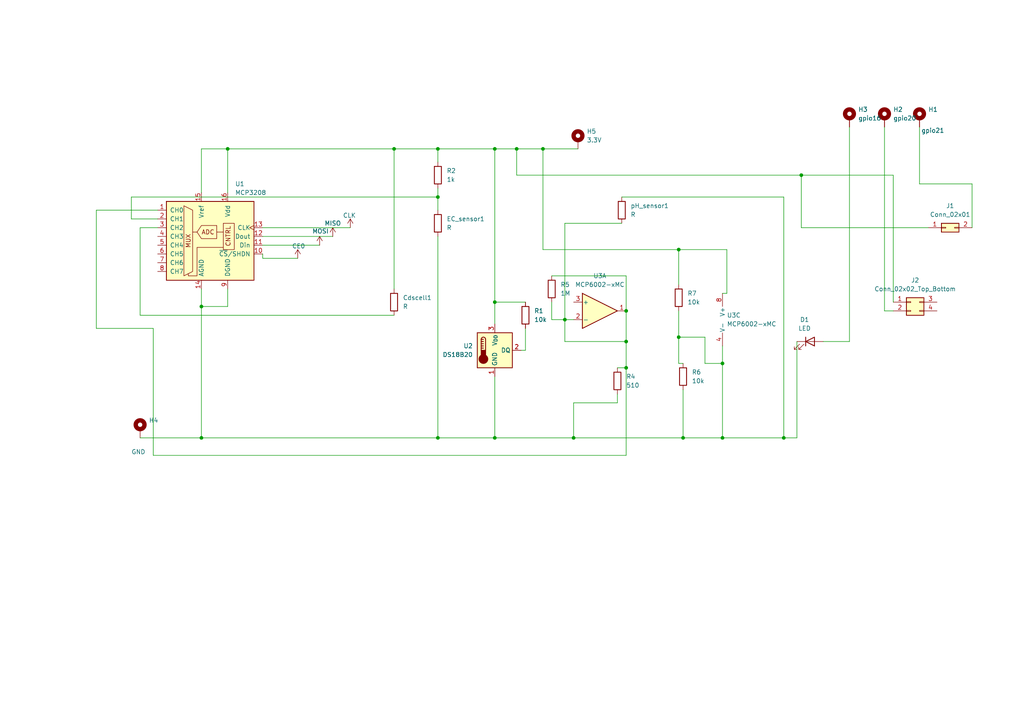
<source format=kicad_sch>
(kicad_sch
	(version 20250114)
	(generator "eeschema")
	(generator_version "9.0")
	(uuid "dc52fb94-f2fe-48af-a886-f95fcbd89ff3")
	(paper "A4")
	(lib_symbols
		(symbol "Amplifier_Operational:MCP6002-xMC"
			(pin_names
				(offset 0.127)
			)
			(exclude_from_sim no)
			(in_bom yes)
			(on_board yes)
			(property "Reference" "U"
				(at 0 5.08 0)
				(effects
					(font
						(size 1.27 1.27)
					)
					(justify left)
				)
			)
			(property "Value" "MCP6002-xMC"
				(at 0 -5.08 0)
				(effects
					(font
						(size 1.27 1.27)
					)
					(justify left)
				)
			)
			(property "Footprint" "Package_DFN_QFN:DFN-8-1EP_3x2mm_P0.5mm_EP1.75x1.45mm"
				(at 0 0 0)
				(effects
					(font
						(size 1.27 1.27)
					)
					(hide yes)
				)
			)
			(property "Datasheet" "http://ww1.microchip.com/downloads/en/DeviceDoc/21733j.pdf"
				(at 0 0 0)
				(effects
					(font
						(size 1.27 1.27)
					)
					(hide yes)
				)
			)
			(property "Description" "1MHz, Low-Power Op Amp, DFN-8"
				(at 0 0 0)
				(effects
					(font
						(size 1.27 1.27)
					)
					(hide yes)
				)
			)
			(property "ki_locked" ""
				(at 0 0 0)
				(effects
					(font
						(size 1.27 1.27)
					)
				)
			)
			(property "ki_keywords" "dual opamp"
				(at 0 0 0)
				(effects
					(font
						(size 1.27 1.27)
					)
					(hide yes)
				)
			)
			(property "ki_fp_filters" "DFN*1EP*3x2mm*P0.5mm*"
				(at 0 0 0)
				(effects
					(font
						(size 1.27 1.27)
					)
					(hide yes)
				)
			)
			(symbol "MCP6002-xMC_1_1"
				(polyline
					(pts
						(xy -5.08 5.08) (xy 5.08 0) (xy -5.08 -5.08) (xy -5.08 5.08)
					)
					(stroke
						(width 0.254)
						(type default)
					)
					(fill
						(type background)
					)
				)
				(pin input line
					(at -7.62 2.54 0)
					(length 2.54)
					(name "+"
						(effects
							(font
								(size 1.27 1.27)
							)
						)
					)
					(number "3"
						(effects
							(font
								(size 1.27 1.27)
							)
						)
					)
				)
				(pin input line
					(at -7.62 -2.54 0)
					(length 2.54)
					(name "-"
						(effects
							(font
								(size 1.27 1.27)
							)
						)
					)
					(number "2"
						(effects
							(font
								(size 1.27 1.27)
							)
						)
					)
				)
				(pin output line
					(at 7.62 0 180)
					(length 2.54)
					(name "~"
						(effects
							(font
								(size 1.27 1.27)
							)
						)
					)
					(number "1"
						(effects
							(font
								(size 1.27 1.27)
							)
						)
					)
				)
			)
			(symbol "MCP6002-xMC_2_1"
				(polyline
					(pts
						(xy -5.08 5.08) (xy 5.08 0) (xy -5.08 -5.08) (xy -5.08 5.08)
					)
					(stroke
						(width 0.254)
						(type default)
					)
					(fill
						(type background)
					)
				)
				(pin input line
					(at -7.62 2.54 0)
					(length 2.54)
					(name "+"
						(effects
							(font
								(size 1.27 1.27)
							)
						)
					)
					(number "5"
						(effects
							(font
								(size 1.27 1.27)
							)
						)
					)
				)
				(pin input line
					(at -7.62 -2.54 0)
					(length 2.54)
					(name "-"
						(effects
							(font
								(size 1.27 1.27)
							)
						)
					)
					(number "6"
						(effects
							(font
								(size 1.27 1.27)
							)
						)
					)
				)
				(pin output line
					(at 7.62 0 180)
					(length 2.54)
					(name "~"
						(effects
							(font
								(size 1.27 1.27)
							)
						)
					)
					(number "7"
						(effects
							(font
								(size 1.27 1.27)
							)
						)
					)
				)
			)
			(symbol "MCP6002-xMC_3_1"
				(pin power_in line
					(at -2.54 7.62 270)
					(length 3.81)
					(name "V+"
						(effects
							(font
								(size 1.27 1.27)
							)
						)
					)
					(number "8"
						(effects
							(font
								(size 1.27 1.27)
							)
						)
					)
				)
				(pin power_in line
					(at -2.54 -7.62 90)
					(length 3.81)
					(name "V-"
						(effects
							(font
								(size 1.27 1.27)
							)
						)
					)
					(number "4"
						(effects
							(font
								(size 1.27 1.27)
							)
						)
					)
				)
				(pin passive line
					(at -2.54 -7.62 90)
					(length 3.81)
					(hide yes)
					(name "V-"
						(effects
							(font
								(size 1.27 1.27)
							)
						)
					)
					(number "9"
						(effects
							(font
								(size 1.27 1.27)
							)
						)
					)
				)
			)
			(embedded_fonts no)
		)
		(symbol "Analog_ADC:MCP3208"
			(pin_names
				(offset 1.016)
			)
			(exclude_from_sim no)
			(in_bom yes)
			(on_board yes)
			(property "Reference" "U"
				(at -5.08 13.335 0)
				(effects
					(font
						(size 1.27 1.27)
					)
					(justify right)
				)
			)
			(property "Value" "MCP3208"
				(at -5.08 11.43 0)
				(effects
					(font
						(size 1.27 1.27)
					)
					(justify right)
				)
			)
			(property "Footprint" ""
				(at 2.54 2.54 0)
				(effects
					(font
						(size 1.27 1.27)
					)
					(hide yes)
				)
			)
			(property "Datasheet" "http://ww1.microchip.com/downloads/en/DeviceDoc/21298c.pdf"
				(at 2.54 2.54 0)
				(effects
					(font
						(size 1.27 1.27)
					)
					(hide yes)
				)
			)
			(property "Description" "A/D Converter, 12-Bit, 8-Channel, SPI Interface , 2.7V-5.5V"
				(at 0 0 0)
				(effects
					(font
						(size 1.27 1.27)
					)
					(hide yes)
				)
			)
			(property "ki_keywords" "12bit ADC Reference Single Supply SPI 8ch"
				(at 0 0 0)
				(effects
					(font
						(size 1.27 1.27)
					)
					(hide yes)
				)
			)
			(property "ki_fp_filters" "DIP*W7.62mm* SOIC*3.9x9.9mm*P1.27mm*"
				(at 0 0 0)
				(effects
					(font
						(size 1.27 1.27)
					)
					(hide yes)
				)
			)
			(symbol "MCP3208_0_0"
				(text "MUX"
					(at -6.35 -1.27 900)
					(effects
						(font
							(size 1.27 1.27)
						)
					)
				)
				(text "ADC"
					(at -0.635 1.27 0)
					(effects
						(font
							(size 1.27 1.27)
						)
					)
				)
				(text "CNTRL"
					(at 5.969 -2.921 900)
					(effects
						(font
							(size 1.27 1.27)
						)
						(justify left bottom)
					)
				)
			)
			(symbol "MCP3208_0_1"
				(polyline
					(pts
						(xy -7.62 8.89) (xy -7.62 -11.43) (xy -5.08 -10.16) (xy -5.08 7.62) (xy -7.62 8.89)
					)
					(stroke
						(width 0)
						(type default)
					)
					(fill
						(type none)
					)
				)
				(polyline
					(pts
						(xy -3.81 1.27) (xy -5.08 1.27)
					)
					(stroke
						(width 0)
						(type default)
					)
					(fill
						(type none)
					)
				)
				(polyline
					(pts
						(xy 1.905 3.175) (xy 1.905 -0.635) (xy -2.54 -0.635) (xy -3.81 1.27) (xy -2.54 3.175) (xy 1.905 3.175)
					)
					(stroke
						(width 0)
						(type default)
					)
					(fill
						(type none)
					)
				)
				(polyline
					(pts
						(xy 1.905 1.27) (xy 3.81 1.27)
					)
					(stroke
						(width 0)
						(type default)
					)
					(fill
						(type none)
					)
				)
				(polyline
					(pts
						(xy 3.81 -3.175) (xy -3.81 -3.175) (xy -3.81 -11.43) (xy -6.35 -11.43) (xy -6.35 -10.795)
					)
					(stroke
						(width 0)
						(type default)
					)
					(fill
						(type none)
					)
				)
				(rectangle
					(start 3.81 -3.81)
					(end 6.985 3.81)
					(stroke
						(width 0)
						(type default)
					)
					(fill
						(type none)
					)
				)
				(rectangle
					(start 12.7 -12.7)
					(end -12.7 10.16)
					(stroke
						(width 0.254)
						(type default)
					)
					(fill
						(type background)
					)
				)
			)
			(symbol "MCP3208_1_1"
				(pin input line
					(at -15.24 7.62 0)
					(length 2.54)
					(name "CH0"
						(effects
							(font
								(size 1.27 1.27)
							)
						)
					)
					(number "1"
						(effects
							(font
								(size 1.27 1.27)
							)
						)
					)
				)
				(pin input line
					(at -15.24 5.08 0)
					(length 2.54)
					(name "CH1"
						(effects
							(font
								(size 1.27 1.27)
							)
						)
					)
					(number "2"
						(effects
							(font
								(size 1.27 1.27)
							)
						)
					)
				)
				(pin input line
					(at -15.24 2.54 0)
					(length 2.54)
					(name "CH2"
						(effects
							(font
								(size 1.27 1.27)
							)
						)
					)
					(number "3"
						(effects
							(font
								(size 1.27 1.27)
							)
						)
					)
				)
				(pin input line
					(at -15.24 0 0)
					(length 2.54)
					(name "CH3"
						(effects
							(font
								(size 1.27 1.27)
							)
						)
					)
					(number "4"
						(effects
							(font
								(size 1.27 1.27)
							)
						)
					)
				)
				(pin input line
					(at -15.24 -2.54 0)
					(length 2.54)
					(name "CH4"
						(effects
							(font
								(size 1.27 1.27)
							)
						)
					)
					(number "5"
						(effects
							(font
								(size 1.27 1.27)
							)
						)
					)
				)
				(pin input line
					(at -15.24 -5.08 0)
					(length 2.54)
					(name "CH5"
						(effects
							(font
								(size 1.27 1.27)
							)
						)
					)
					(number "6"
						(effects
							(font
								(size 1.27 1.27)
							)
						)
					)
				)
				(pin input line
					(at -15.24 -7.62 0)
					(length 2.54)
					(name "CH6"
						(effects
							(font
								(size 1.27 1.27)
							)
						)
					)
					(number "7"
						(effects
							(font
								(size 1.27 1.27)
							)
						)
					)
				)
				(pin input line
					(at -15.24 -10.16 0)
					(length 2.54)
					(name "CH7"
						(effects
							(font
								(size 1.27 1.27)
							)
						)
					)
					(number "8"
						(effects
							(font
								(size 1.27 1.27)
							)
						)
					)
				)
				(pin power_in line
					(at -2.54 12.7 270)
					(length 2.54)
					(name "Vref"
						(effects
							(font
								(size 1.27 1.27)
							)
						)
					)
					(number "15"
						(effects
							(font
								(size 1.27 1.27)
							)
						)
					)
				)
				(pin power_in line
					(at -2.54 -15.24 90)
					(length 2.54)
					(name "AGND"
						(effects
							(font
								(size 1.27 1.27)
							)
						)
					)
					(number "14"
						(effects
							(font
								(size 1.27 1.27)
							)
						)
					)
				)
				(pin power_in line
					(at 5.08 12.7 270)
					(length 2.54)
					(name "Vdd"
						(effects
							(font
								(size 1.27 1.27)
							)
						)
					)
					(number "16"
						(effects
							(font
								(size 1.27 1.27)
							)
						)
					)
				)
				(pin power_in line
					(at 5.08 -15.24 90)
					(length 2.54)
					(name "DGND"
						(effects
							(font
								(size 1.27 1.27)
							)
						)
					)
					(number "9"
						(effects
							(font
								(size 1.27 1.27)
							)
						)
					)
				)
				(pin input clock
					(at 15.24 2.54 180)
					(length 2.54)
					(name "CLK"
						(effects
							(font
								(size 1.27 1.27)
							)
						)
					)
					(number "13"
						(effects
							(font
								(size 1.27 1.27)
							)
						)
					)
				)
				(pin output line
					(at 15.24 0 180)
					(length 2.54)
					(name "Dout"
						(effects
							(font
								(size 1.27 1.27)
							)
						)
					)
					(number "12"
						(effects
							(font
								(size 1.27 1.27)
							)
						)
					)
				)
				(pin input line
					(at 15.24 -2.54 180)
					(length 2.54)
					(name "Din"
						(effects
							(font
								(size 1.27 1.27)
							)
						)
					)
					(number "11"
						(effects
							(font
								(size 1.27 1.27)
							)
						)
					)
				)
				(pin input line
					(at 15.24 -5.08 180)
					(length 2.54)
					(name "~{CS}/SHDN"
						(effects
							(font
								(size 1.27 1.27)
							)
						)
					)
					(number "10"
						(effects
							(font
								(size 1.27 1.27)
							)
						)
					)
				)
			)
			(embedded_fonts no)
		)
		(symbol "Connector_Generic:Conn_02x01"
			(pin_names
				(offset 1.016)
				(hide yes)
			)
			(exclude_from_sim no)
			(in_bom yes)
			(on_board yes)
			(property "Reference" "J"
				(at 1.27 2.54 0)
				(effects
					(font
						(size 1.27 1.27)
					)
				)
			)
			(property "Value" "Conn_02x01"
				(at 1.27 -2.54 0)
				(effects
					(font
						(size 1.27 1.27)
					)
				)
			)
			(property "Footprint" ""
				(at 0 0 0)
				(effects
					(font
						(size 1.27 1.27)
					)
					(hide yes)
				)
			)
			(property "Datasheet" "~"
				(at 0 0 0)
				(effects
					(font
						(size 1.27 1.27)
					)
					(hide yes)
				)
			)
			(property "Description" "Generic connector, double row, 02x01, this symbol is compatible with counter-clockwise, top-bottom and odd-even numbering schemes., script generated (kicad-library-utils/schlib/autogen/connector/)"
				(at 0 0 0)
				(effects
					(font
						(size 1.27 1.27)
					)
					(hide yes)
				)
			)
			(property "ki_keywords" "connector"
				(at 0 0 0)
				(effects
					(font
						(size 1.27 1.27)
					)
					(hide yes)
				)
			)
			(property "ki_fp_filters" "Connector*:*_2x??_*"
				(at 0 0 0)
				(effects
					(font
						(size 1.27 1.27)
					)
					(hide yes)
				)
			)
			(symbol "Conn_02x01_1_1"
				(rectangle
					(start -1.27 1.27)
					(end 3.81 -1.27)
					(stroke
						(width 0.254)
						(type default)
					)
					(fill
						(type background)
					)
				)
				(rectangle
					(start -1.27 0.127)
					(end 0 -0.127)
					(stroke
						(width 0.1524)
						(type default)
					)
					(fill
						(type none)
					)
				)
				(rectangle
					(start 3.81 0.127)
					(end 2.54 -0.127)
					(stroke
						(width 0.1524)
						(type default)
					)
					(fill
						(type none)
					)
				)
				(pin passive line
					(at -5.08 0 0)
					(length 3.81)
					(name "Pin_1"
						(effects
							(font
								(size 1.27 1.27)
							)
						)
					)
					(number "1"
						(effects
							(font
								(size 1.27 1.27)
							)
						)
					)
				)
				(pin passive line
					(at 7.62 0 180)
					(length 3.81)
					(name "Pin_2"
						(effects
							(font
								(size 1.27 1.27)
							)
						)
					)
					(number "2"
						(effects
							(font
								(size 1.27 1.27)
							)
						)
					)
				)
			)
			(embedded_fonts no)
		)
		(symbol "Connector_Generic:Conn_02x02_Top_Bottom"
			(pin_names
				(offset 1.016)
				(hide yes)
			)
			(exclude_from_sim no)
			(in_bom yes)
			(on_board yes)
			(property "Reference" "J"
				(at 1.27 2.54 0)
				(effects
					(font
						(size 1.27 1.27)
					)
				)
			)
			(property "Value" "Conn_02x02_Top_Bottom"
				(at 1.27 -5.08 0)
				(effects
					(font
						(size 1.27 1.27)
					)
				)
			)
			(property "Footprint" ""
				(at 0 0 0)
				(effects
					(font
						(size 1.27 1.27)
					)
					(hide yes)
				)
			)
			(property "Datasheet" "~"
				(at 0 0 0)
				(effects
					(font
						(size 1.27 1.27)
					)
					(hide yes)
				)
			)
			(property "Description" "Generic connector, double row, 02x02, top/bottom pin numbering scheme (row 1: 1...pins_per_row, row2: pins_per_row+1 ... num_pins), script generated (kicad-library-utils/schlib/autogen/connector/)"
				(at 0 0 0)
				(effects
					(font
						(size 1.27 1.27)
					)
					(hide yes)
				)
			)
			(property "ki_keywords" "connector"
				(at 0 0 0)
				(effects
					(font
						(size 1.27 1.27)
					)
					(hide yes)
				)
			)
			(property "ki_fp_filters" "Connector*:*_2x??_*"
				(at 0 0 0)
				(effects
					(font
						(size 1.27 1.27)
					)
					(hide yes)
				)
			)
			(symbol "Conn_02x02_Top_Bottom_1_1"
				(rectangle
					(start -1.27 1.27)
					(end 3.81 -3.81)
					(stroke
						(width 0.254)
						(type default)
					)
					(fill
						(type background)
					)
				)
				(rectangle
					(start -1.27 0.127)
					(end 0 -0.127)
					(stroke
						(width 0.1524)
						(type default)
					)
					(fill
						(type none)
					)
				)
				(rectangle
					(start -1.27 -2.413)
					(end 0 -2.667)
					(stroke
						(width 0.1524)
						(type default)
					)
					(fill
						(type none)
					)
				)
				(rectangle
					(start 3.81 0.127)
					(end 2.54 -0.127)
					(stroke
						(width 0.1524)
						(type default)
					)
					(fill
						(type none)
					)
				)
				(rectangle
					(start 3.81 -2.413)
					(end 2.54 -2.667)
					(stroke
						(width 0.1524)
						(type default)
					)
					(fill
						(type none)
					)
				)
				(pin passive line
					(at -5.08 0 0)
					(length 3.81)
					(name "Pin_1"
						(effects
							(font
								(size 1.27 1.27)
							)
						)
					)
					(number "1"
						(effects
							(font
								(size 1.27 1.27)
							)
						)
					)
				)
				(pin passive line
					(at -5.08 -2.54 0)
					(length 3.81)
					(name "Pin_2"
						(effects
							(font
								(size 1.27 1.27)
							)
						)
					)
					(number "2"
						(effects
							(font
								(size 1.27 1.27)
							)
						)
					)
				)
				(pin passive line
					(at 7.62 0 180)
					(length 3.81)
					(name "Pin_3"
						(effects
							(font
								(size 1.27 1.27)
							)
						)
					)
					(number "3"
						(effects
							(font
								(size 1.27 1.27)
							)
						)
					)
				)
				(pin passive line
					(at 7.62 -2.54 180)
					(length 3.81)
					(name "Pin_4"
						(effects
							(font
								(size 1.27 1.27)
							)
						)
					)
					(number "4"
						(effects
							(font
								(size 1.27 1.27)
							)
						)
					)
				)
			)
			(embedded_fonts no)
		)
		(symbol "Device:LED"
			(pin_numbers
				(hide yes)
			)
			(pin_names
				(offset 1.016)
				(hide yes)
			)
			(exclude_from_sim no)
			(in_bom yes)
			(on_board yes)
			(property "Reference" "D"
				(at 0 2.54 0)
				(effects
					(font
						(size 1.27 1.27)
					)
				)
			)
			(property "Value" "LED"
				(at 0 -2.54 0)
				(effects
					(font
						(size 1.27 1.27)
					)
				)
			)
			(property "Footprint" ""
				(at 0 0 0)
				(effects
					(font
						(size 1.27 1.27)
					)
					(hide yes)
				)
			)
			(property "Datasheet" "~"
				(at 0 0 0)
				(effects
					(font
						(size 1.27 1.27)
					)
					(hide yes)
				)
			)
			(property "Description" "Light emitting diode"
				(at 0 0 0)
				(effects
					(font
						(size 1.27 1.27)
					)
					(hide yes)
				)
			)
			(property "Sim.Pins" "1=K 2=A"
				(at 0 0 0)
				(effects
					(font
						(size 1.27 1.27)
					)
					(hide yes)
				)
			)
			(property "ki_keywords" "LED diode"
				(at 0 0 0)
				(effects
					(font
						(size 1.27 1.27)
					)
					(hide yes)
				)
			)
			(property "ki_fp_filters" "LED* LED_SMD:* LED_THT:*"
				(at 0 0 0)
				(effects
					(font
						(size 1.27 1.27)
					)
					(hide yes)
				)
			)
			(symbol "LED_0_1"
				(polyline
					(pts
						(xy -3.048 -0.762) (xy -4.572 -2.286) (xy -3.81 -2.286) (xy -4.572 -2.286) (xy -4.572 -1.524)
					)
					(stroke
						(width 0)
						(type default)
					)
					(fill
						(type none)
					)
				)
				(polyline
					(pts
						(xy -1.778 -0.762) (xy -3.302 -2.286) (xy -2.54 -2.286) (xy -3.302 -2.286) (xy -3.302 -1.524)
					)
					(stroke
						(width 0)
						(type default)
					)
					(fill
						(type none)
					)
				)
				(polyline
					(pts
						(xy -1.27 0) (xy 1.27 0)
					)
					(stroke
						(width 0)
						(type default)
					)
					(fill
						(type none)
					)
				)
				(polyline
					(pts
						(xy -1.27 -1.27) (xy -1.27 1.27)
					)
					(stroke
						(width 0.254)
						(type default)
					)
					(fill
						(type none)
					)
				)
				(polyline
					(pts
						(xy 1.27 -1.27) (xy 1.27 1.27) (xy -1.27 0) (xy 1.27 -1.27)
					)
					(stroke
						(width 0.254)
						(type default)
					)
					(fill
						(type none)
					)
				)
			)
			(symbol "LED_1_1"
				(pin passive line
					(at -3.81 0 0)
					(length 2.54)
					(name "K"
						(effects
							(font
								(size 1.27 1.27)
							)
						)
					)
					(number "1"
						(effects
							(font
								(size 1.27 1.27)
							)
						)
					)
				)
				(pin passive line
					(at 3.81 0 180)
					(length 2.54)
					(name "A"
						(effects
							(font
								(size 1.27 1.27)
							)
						)
					)
					(number "2"
						(effects
							(font
								(size 1.27 1.27)
							)
						)
					)
				)
			)
			(embedded_fonts no)
		)
		(symbol "Device:R"
			(pin_numbers
				(hide yes)
			)
			(pin_names
				(offset 0)
			)
			(exclude_from_sim no)
			(in_bom yes)
			(on_board yes)
			(property "Reference" "R"
				(at 2.032 0 90)
				(effects
					(font
						(size 1.27 1.27)
					)
				)
			)
			(property "Value" "R"
				(at 0 0 90)
				(effects
					(font
						(size 1.27 1.27)
					)
				)
			)
			(property "Footprint" ""
				(at -1.778 0 90)
				(effects
					(font
						(size 1.27 1.27)
					)
					(hide yes)
				)
			)
			(property "Datasheet" "~"
				(at 0 0 0)
				(effects
					(font
						(size 1.27 1.27)
					)
					(hide yes)
				)
			)
			(property "Description" "Resistor"
				(at 0 0 0)
				(effects
					(font
						(size 1.27 1.27)
					)
					(hide yes)
				)
			)
			(property "ki_keywords" "R res resistor"
				(at 0 0 0)
				(effects
					(font
						(size 1.27 1.27)
					)
					(hide yes)
				)
			)
			(property "ki_fp_filters" "R_*"
				(at 0 0 0)
				(effects
					(font
						(size 1.27 1.27)
					)
					(hide yes)
				)
			)
			(symbol "R_0_1"
				(rectangle
					(start -1.016 -2.54)
					(end 1.016 2.54)
					(stroke
						(width 0.254)
						(type default)
					)
					(fill
						(type none)
					)
				)
			)
			(symbol "R_1_1"
				(pin passive line
					(at 0 3.81 270)
					(length 1.27)
					(name "~"
						(effects
							(font
								(size 1.27 1.27)
							)
						)
					)
					(number "1"
						(effects
							(font
								(size 1.27 1.27)
							)
						)
					)
				)
				(pin passive line
					(at 0 -3.81 90)
					(length 1.27)
					(name "~"
						(effects
							(font
								(size 1.27 1.27)
							)
						)
					)
					(number "2"
						(effects
							(font
								(size 1.27 1.27)
							)
						)
					)
				)
			)
			(embedded_fonts no)
		)
		(symbol "Mechanical:MountingHole_Pad"
			(pin_numbers
				(hide yes)
			)
			(pin_names
				(offset 1.016)
				(hide yes)
			)
			(exclude_from_sim no)
			(in_bom no)
			(on_board yes)
			(property "Reference" "H"
				(at 0 6.35 0)
				(effects
					(font
						(size 1.27 1.27)
					)
				)
			)
			(property "Value" "MountingHole_Pad"
				(at 0 4.445 0)
				(effects
					(font
						(size 1.27 1.27)
					)
				)
			)
			(property "Footprint" ""
				(at 0 0 0)
				(effects
					(font
						(size 1.27 1.27)
					)
					(hide yes)
				)
			)
			(property "Datasheet" "~"
				(at 0 0 0)
				(effects
					(font
						(size 1.27 1.27)
					)
					(hide yes)
				)
			)
			(property "Description" "Mounting Hole with connection"
				(at 0 0 0)
				(effects
					(font
						(size 1.27 1.27)
					)
					(hide yes)
				)
			)
			(property "ki_keywords" "mounting hole"
				(at 0 0 0)
				(effects
					(font
						(size 1.27 1.27)
					)
					(hide yes)
				)
			)
			(property "ki_fp_filters" "MountingHole*Pad*"
				(at 0 0 0)
				(effects
					(font
						(size 1.27 1.27)
					)
					(hide yes)
				)
			)
			(symbol "MountingHole_Pad_0_1"
				(circle
					(center 0 1.27)
					(radius 1.27)
					(stroke
						(width 1.27)
						(type default)
					)
					(fill
						(type none)
					)
				)
			)
			(symbol "MountingHole_Pad_1_1"
				(pin input line
					(at 0 -2.54 90)
					(length 2.54)
					(name "1"
						(effects
							(font
								(size 1.27 1.27)
							)
						)
					)
					(number "1"
						(effects
							(font
								(size 1.27 1.27)
							)
						)
					)
				)
			)
			(embedded_fonts no)
		)
		(symbol "Sensor_Temperature:DS18B20"
			(exclude_from_sim no)
			(in_bom yes)
			(on_board yes)
			(property "Reference" "U"
				(at -3.81 6.35 0)
				(effects
					(font
						(size 1.27 1.27)
					)
				)
			)
			(property "Value" "DS18B20"
				(at 6.35 6.35 0)
				(effects
					(font
						(size 1.27 1.27)
					)
				)
			)
			(property "Footprint" "Package_TO_SOT_THT:TO-92_Inline"
				(at -25.4 -6.35 0)
				(effects
					(font
						(size 1.27 1.27)
					)
					(hide yes)
				)
			)
			(property "Datasheet" "http://datasheets.maximintegrated.com/en/ds/DS18B20.pdf"
				(at -3.81 6.35 0)
				(effects
					(font
						(size 1.27 1.27)
					)
					(hide yes)
				)
			)
			(property "Description" "Programmable Resolution 1-Wire Digital Thermometer TO-92"
				(at 0 0 0)
				(effects
					(font
						(size 1.27 1.27)
					)
					(hide yes)
				)
			)
			(property "ki_keywords" "OneWire 1Wire Dallas Maxim"
				(at 0 0 0)
				(effects
					(font
						(size 1.27 1.27)
					)
					(hide yes)
				)
			)
			(property "ki_fp_filters" "TO*92*"
				(at 0 0 0)
				(effects
					(font
						(size 1.27 1.27)
					)
					(hide yes)
				)
			)
			(symbol "DS18B20_0_1"
				(rectangle
					(start -5.08 5.08)
					(end 5.08 -5.08)
					(stroke
						(width 0.254)
						(type default)
					)
					(fill
						(type background)
					)
				)
				(polyline
					(pts
						(xy -3.937 3.175) (xy -3.937 0)
					)
					(stroke
						(width 0.254)
						(type default)
					)
					(fill
						(type none)
					)
				)
				(polyline
					(pts
						(xy -3.937 3.175) (xy -3.302 3.175)
					)
					(stroke
						(width 0.254)
						(type default)
					)
					(fill
						(type none)
					)
				)
				(polyline
					(pts
						(xy -3.937 2.54) (xy -3.302 2.54)
					)
					(stroke
						(width 0.254)
						(type default)
					)
					(fill
						(type none)
					)
				)
				(polyline
					(pts
						(xy -3.937 1.905) (xy -3.302 1.905)
					)
					(stroke
						(width 0.254)
						(type default)
					)
					(fill
						(type none)
					)
				)
				(polyline
					(pts
						(xy -3.937 1.27) (xy -3.302 1.27)
					)
					(stroke
						(width 0.254)
						(type default)
					)
					(fill
						(type none)
					)
				)
				(polyline
					(pts
						(xy -3.937 0.635) (xy -3.302 0.635)
					)
					(stroke
						(width 0.254)
						(type default)
					)
					(fill
						(type none)
					)
				)
				(arc
					(start -3.937 3.175)
					(mid -3.302 3.8073)
					(end -2.667 3.175)
					(stroke
						(width 0.254)
						(type default)
					)
					(fill
						(type none)
					)
				)
				(circle
					(center -3.302 -2.54)
					(radius 1.27)
					(stroke
						(width 0.254)
						(type default)
					)
					(fill
						(type outline)
					)
				)
				(polyline
					(pts
						(xy -2.667 3.175) (xy -2.667 0)
					)
					(stroke
						(width 0.254)
						(type default)
					)
					(fill
						(type none)
					)
				)
				(rectangle
					(start -2.667 -1.905)
					(end -3.937 0)
					(stroke
						(width 0.254)
						(type default)
					)
					(fill
						(type outline)
					)
				)
			)
			(symbol "DS18B20_1_1"
				(pin power_in line
					(at 0 7.62 270)
					(length 2.54)
					(name "V_{DD}"
						(effects
							(font
								(size 1.27 1.27)
							)
						)
					)
					(number "3"
						(effects
							(font
								(size 1.27 1.27)
							)
						)
					)
				)
				(pin power_in line
					(at 0 -7.62 90)
					(length 2.54)
					(name "GND"
						(effects
							(font
								(size 1.27 1.27)
							)
						)
					)
					(number "1"
						(effects
							(font
								(size 1.27 1.27)
							)
						)
					)
				)
				(pin bidirectional line
					(at 7.62 0 180)
					(length 2.54)
					(name "DQ"
						(effects
							(font
								(size 1.27 1.27)
							)
						)
					)
					(number "2"
						(effects
							(font
								(size 1.27 1.27)
							)
						)
					)
				)
			)
			(embedded_fonts no)
		)
		(symbol "power:VCC"
			(power)
			(pin_numbers
				(hide yes)
			)
			(pin_names
				(offset 0)
				(hide yes)
			)
			(exclude_from_sim no)
			(in_bom yes)
			(on_board yes)
			(property "Reference" "#PWR"
				(at 0 -3.81 0)
				(effects
					(font
						(size 1.27 1.27)
					)
					(hide yes)
				)
			)
			(property "Value" "VCC"
				(at 0 3.556 0)
				(effects
					(font
						(size 1.27 1.27)
					)
				)
			)
			(property "Footprint" ""
				(at 0 0 0)
				(effects
					(font
						(size 1.27 1.27)
					)
					(hide yes)
				)
			)
			(property "Datasheet" ""
				(at 0 0 0)
				(effects
					(font
						(size 1.27 1.27)
					)
					(hide yes)
				)
			)
			(property "Description" "Power symbol creates a global label with name \"VCC\""
				(at 0 0 0)
				(effects
					(font
						(size 1.27 1.27)
					)
					(hide yes)
				)
			)
			(property "ki_keywords" "global power"
				(at 0 0 0)
				(effects
					(font
						(size 1.27 1.27)
					)
					(hide yes)
				)
			)
			(symbol "VCC_0_1"
				(polyline
					(pts
						(xy -0.762 1.27) (xy 0 2.54)
					)
					(stroke
						(width 0)
						(type default)
					)
					(fill
						(type none)
					)
				)
				(polyline
					(pts
						(xy 0 2.54) (xy 0.762 1.27)
					)
					(stroke
						(width 0)
						(type default)
					)
					(fill
						(type none)
					)
				)
				(polyline
					(pts
						(xy 0 0) (xy 0 2.54)
					)
					(stroke
						(width 0)
						(type default)
					)
					(fill
						(type none)
					)
				)
			)
			(symbol "VCC_1_1"
				(pin power_in line
					(at 0 0 90)
					(length 0)
					(name "~"
						(effects
							(font
								(size 1.27 1.27)
							)
						)
					)
					(number "1"
						(effects
							(font
								(size 1.27 1.27)
							)
						)
					)
				)
			)
			(embedded_fonts no)
		)
	)
	(junction
		(at 227.33 127)
		(diameter 0)
		(color 0 0 0 0)
		(uuid "03765ff8-edc8-42cf-ac68-a9a61275a0d3")
	)
	(junction
		(at 149.86 43.18)
		(diameter 0)
		(color 0 0 0 0)
		(uuid "03f16a5e-65b7-485f-9965-7d3c8d9f9f47")
	)
	(junction
		(at 143.51 43.18)
		(diameter 0)
		(color 0 0 0 0)
		(uuid "07605b66-7a97-4647-a67b-bf20f6b86fca")
	)
	(junction
		(at 143.51 127)
		(diameter 0)
		(color 0 0 0 0)
		(uuid "3c559110-d421-444c-bddd-2ea80badb89c")
	)
	(junction
		(at 127 127)
		(diameter 0)
		(color 0 0 0 0)
		(uuid "433caf91-387c-4d74-af1c-9b2c5dc902e2")
	)
	(junction
		(at 196.85 97.79)
		(diameter 0)
		(color 0 0 0 0)
		(uuid "4b023ca1-d6fd-4c82-834e-a46771a45ea7")
	)
	(junction
		(at 58.42 88.9)
		(diameter 0)
		(color 0 0 0 0)
		(uuid "51180ed6-29e8-486f-a779-0af2e103917c")
	)
	(junction
		(at 58.42 127)
		(diameter 0)
		(color 0 0 0 0)
		(uuid "61058d48-c75f-4556-949f-16ab273b08a9")
	)
	(junction
		(at 232.41 50.8)
		(diameter 0)
		(color 0 0 0 0)
		(uuid "624f68a6-f33d-4b35-85f6-23323b39c06c")
	)
	(junction
		(at 166.37 127)
		(diameter 0)
		(color 0 0 0 0)
		(uuid "6ececb48-6f0a-4d62-9aa9-89d5f7dcf147")
	)
	(junction
		(at 66.04 43.18)
		(diameter 0)
		(color 0 0 0 0)
		(uuid "718b6427-51c5-4d9b-ac76-43cc5bded780")
	)
	(junction
		(at 198.12 127)
		(diameter 0)
		(color 0 0 0 0)
		(uuid "72d1a282-4bd8-4809-b32d-0b85a4fa859b")
	)
	(junction
		(at 143.51 87.63)
		(diameter 0)
		(color 0 0 0 0)
		(uuid "7c4a48b2-16d1-41c6-8b0f-72c1c4a1b230")
	)
	(junction
		(at 157.48 43.18)
		(diameter 0)
		(color 0 0 0 0)
		(uuid "807bf8ee-a40e-4fdd-8bdf-a50ed7c1eba5")
	)
	(junction
		(at 127 57.15)
		(diameter 0)
		(color 0 0 0 0)
		(uuid "8ef5003a-4f34-4b47-abd5-9d45f0cd4108")
	)
	(junction
		(at 196.85 72.39)
		(diameter 0)
		(color 0 0 0 0)
		(uuid "9b2b65dd-ed7d-4eee-9f02-db79606198e7")
	)
	(junction
		(at 181.61 90.17)
		(diameter 0)
		(color 0 0 0 0)
		(uuid "b3ba5a42-6a8e-4671-8b11-41523fb59b97")
	)
	(junction
		(at 181.61 99.06)
		(diameter 0)
		(color 0 0 0 0)
		(uuid "b7d1f6f8-5736-40cd-9d12-0debd8331a3a")
	)
	(junction
		(at 209.55 127)
		(diameter 0)
		(color 0 0 0 0)
		(uuid "d0c7d9d1-e9eb-4d5a-99d7-5272eaf9706d")
	)
	(junction
		(at 114.3 43.18)
		(diameter 0)
		(color 0 0 0 0)
		(uuid "db06d99e-db6e-4982-880a-6064ee01e4bd")
	)
	(junction
		(at 163.83 92.71)
		(diameter 0)
		(color 0 0 0 0)
		(uuid "e29b05ef-40b6-47ae-bdc5-04f356e3ebae")
	)
	(junction
		(at 181.61 106.68)
		(diameter 0)
		(color 0 0 0 0)
		(uuid "e666a21e-429e-4faf-950d-ce799868960f")
	)
	(junction
		(at 209.55 105.41)
		(diameter 0)
		(color 0 0 0 0)
		(uuid "e7bfa357-9292-4327-a6b0-408da9d9e123")
	)
	(junction
		(at 127 43.18)
		(diameter 0)
		(color 0 0 0 0)
		(uuid "ebd0284f-31ef-40be-9434-06efc876db78")
	)
	(wire
		(pts
			(xy 209.55 105.41) (xy 209.55 127)
		)
		(stroke
			(width 0)
			(type default)
		)
		(uuid "0248037e-9109-4a7a-92bf-0790c36dedf6")
	)
	(wire
		(pts
			(xy 196.85 97.79) (xy 204.47 97.79)
		)
		(stroke
			(width 0)
			(type default)
		)
		(uuid "06ccabb3-e9de-40d6-aeb0-144ca6639cf2")
	)
	(wire
		(pts
			(xy 152.4 101.6) (xy 151.13 101.6)
		)
		(stroke
			(width 0)
			(type default)
		)
		(uuid "0878f537-9c15-440a-93aa-b0d6dd63e19b")
	)
	(wire
		(pts
			(xy 163.83 92.71) (xy 166.37 92.71)
		)
		(stroke
			(width 0)
			(type default)
		)
		(uuid "0ba87bb2-6736-4693-873a-19a12a10f8cb")
	)
	(wire
		(pts
			(xy 198.12 113.03) (xy 198.12 127)
		)
		(stroke
			(width 0)
			(type default)
		)
		(uuid "0c078f47-22e9-4af2-81da-e99f7fe41bfb")
	)
	(wire
		(pts
			(xy 44.45 95.25) (xy 27.94 95.25)
		)
		(stroke
			(width 0)
			(type default)
		)
		(uuid "0e65c860-74bb-4c65-a9f7-7f2926b9e5cb")
	)
	(wire
		(pts
			(xy 86.36 74.93) (xy 76.2 74.93)
		)
		(stroke
			(width 0)
			(type default)
		)
		(uuid "10e8e38d-0714-4860-a71b-f42760acae81")
	)
	(wire
		(pts
			(xy 231.14 127) (xy 231.14 99.06)
		)
		(stroke
			(width 0)
			(type default)
		)
		(uuid "1341f794-5e23-4efa-8b26-cb1845716335")
	)
	(wire
		(pts
			(xy 232.41 66.04) (xy 232.41 50.8)
		)
		(stroke
			(width 0)
			(type default)
		)
		(uuid "13de3443-5299-4150-8b7e-71204d9dfd5b")
	)
	(wire
		(pts
			(xy 127 127) (xy 143.51 127)
		)
		(stroke
			(width 0)
			(type default)
		)
		(uuid "169b863e-7ee9-45e6-95c1-966923969285")
	)
	(wire
		(pts
			(xy 256.54 36.83) (xy 256.54 90.17)
		)
		(stroke
			(width 0)
			(type default)
		)
		(uuid "19bd7d74-5f15-4da1-9aa6-6c3ff2c6ec63")
	)
	(wire
		(pts
			(xy 143.51 43.18) (xy 143.51 87.63)
		)
		(stroke
			(width 0)
			(type default)
		)
		(uuid "1ea6b9c4-868d-4263-ada3-711455278169")
	)
	(wire
		(pts
			(xy 196.85 90.17) (xy 196.85 97.79)
		)
		(stroke
			(width 0)
			(type default)
		)
		(uuid "22e86774-35bf-4e25-999c-7d42eaca2728")
	)
	(wire
		(pts
			(xy 149.86 50.8) (xy 149.86 43.18)
		)
		(stroke
			(width 0)
			(type default)
		)
		(uuid "289e0451-22cc-4ac8-a736-cab8a54693cd")
	)
	(wire
		(pts
			(xy 246.38 36.83) (xy 246.38 99.06)
		)
		(stroke
			(width 0)
			(type default)
		)
		(uuid "2db4946e-37a5-42fc-b17a-7e11bd696a43")
	)
	(wire
		(pts
			(xy 163.83 92.71) (xy 160.02 92.71)
		)
		(stroke
			(width 0)
			(type default)
		)
		(uuid "2fc0243e-0b9b-4770-bffa-9b4c38ad8322")
	)
	(wire
		(pts
			(xy 58.42 43.18) (xy 58.42 55.88)
		)
		(stroke
			(width 0)
			(type default)
		)
		(uuid "3182fd25-4f6d-4eab-83d1-d32c4f56ae32")
	)
	(wire
		(pts
			(xy 76.2 74.93) (xy 76.2 73.66)
		)
		(stroke
			(width 0)
			(type default)
		)
		(uuid "3230378f-9c00-4452-bd46-6932b73d66c4")
	)
	(wire
		(pts
			(xy 143.51 127) (xy 166.37 127)
		)
		(stroke
			(width 0)
			(type default)
		)
		(uuid "37834bd9-15b2-40c1-b016-6d081e2668e9")
	)
	(wire
		(pts
			(xy 181.61 90.17) (xy 181.61 99.06)
		)
		(stroke
			(width 0)
			(type default)
		)
		(uuid "37cad066-4999-44d6-a7b3-f794b9ac59b5")
	)
	(wire
		(pts
			(xy 198.12 127) (xy 166.37 127)
		)
		(stroke
			(width 0)
			(type default)
		)
		(uuid "39513871-263b-4eeb-8da7-e555224879d9")
	)
	(wire
		(pts
			(xy 40.64 66.04) (xy 45.72 66.04)
		)
		(stroke
			(width 0)
			(type default)
		)
		(uuid "398fa1d2-1287-41ba-9695-b43b3b5f062e")
	)
	(wire
		(pts
			(xy 181.61 99.06) (xy 163.83 99.06)
		)
		(stroke
			(width 0)
			(type default)
		)
		(uuid "39cdfde4-29bd-41c6-846b-c7ff42da6914")
	)
	(wire
		(pts
			(xy 58.42 88.9) (xy 66.04 88.9)
		)
		(stroke
			(width 0)
			(type default)
		)
		(uuid "3b3b4242-3fdb-4fa2-8888-8e0f3398d017")
	)
	(wire
		(pts
			(xy 66.04 88.9) (xy 66.04 83.82)
		)
		(stroke
			(width 0)
			(type default)
		)
		(uuid "3c788136-8018-45b0-beb0-9fbfd9f5099a")
	)
	(wire
		(pts
			(xy 266.7 36.83) (xy 266.7 53.34)
		)
		(stroke
			(width 0)
			(type default)
		)
		(uuid "3e0df824-5fe5-4d7c-9ac0-ffa9529cac3b")
	)
	(wire
		(pts
			(xy 38.1 57.15) (xy 38.1 63.5)
		)
		(stroke
			(width 0)
			(type default)
		)
		(uuid "3eb9fb15-975e-4037-8721-8c0de4afd31a")
	)
	(wire
		(pts
			(xy 181.61 106.68) (xy 181.61 132.08)
		)
		(stroke
			(width 0)
			(type default)
		)
		(uuid "3fcede72-51c0-4653-86aa-adc027a7d3d8")
	)
	(wire
		(pts
			(xy 143.51 109.22) (xy 143.51 127)
		)
		(stroke
			(width 0)
			(type default)
		)
		(uuid "41c9121c-a76b-4aeb-9c4b-cd36e9f5ba3b")
	)
	(wire
		(pts
			(xy 40.64 127) (xy 58.42 127)
		)
		(stroke
			(width 0)
			(type default)
		)
		(uuid "4480c234-6028-49b5-b647-5d654e33935f")
	)
	(wire
		(pts
			(xy 127 43.18) (xy 114.3 43.18)
		)
		(stroke
			(width 0)
			(type default)
		)
		(uuid "4582dbe0-0d67-4cbd-a629-ef9899a661ab")
	)
	(wire
		(pts
			(xy 40.64 91.44) (xy 40.64 66.04)
		)
		(stroke
			(width 0)
			(type default)
		)
		(uuid "4a9351db-4171-455b-9990-36eb732a55e8")
	)
	(wire
		(pts
			(xy 76.2 66.04) (xy 101.6 66.04)
		)
		(stroke
			(width 0)
			(type default)
		)
		(uuid "4e9dd399-7a45-4ae4-b7e0-df9217e078f1")
	)
	(wire
		(pts
			(xy 157.48 72.39) (xy 196.85 72.39)
		)
		(stroke
			(width 0)
			(type default)
		)
		(uuid "52a379e1-16d9-44af-b8b3-f9493a22b10d")
	)
	(wire
		(pts
			(xy 160.02 92.71) (xy 160.02 87.63)
		)
		(stroke
			(width 0)
			(type default)
		)
		(uuid "536b13ad-17df-4dee-b6de-88df55c24fd9")
	)
	(wire
		(pts
			(xy 127 127) (xy 58.42 127)
		)
		(stroke
			(width 0)
			(type default)
		)
		(uuid "53f60b74-9ddc-421a-bf65-0c0aa190795d")
	)
	(wire
		(pts
			(xy 127 68.58) (xy 127 127)
		)
		(stroke
			(width 0)
			(type default)
		)
		(uuid "5400f3b9-1a9d-40c4-a763-a93f4a7d4420")
	)
	(wire
		(pts
			(xy 163.83 92.71) (xy 163.83 64.77)
		)
		(stroke
			(width 0)
			(type default)
		)
		(uuid "5b272156-62d7-4e61-98f9-e554b058c2ff")
	)
	(wire
		(pts
			(xy 232.41 50.8) (xy 259.08 50.8)
		)
		(stroke
			(width 0)
			(type default)
		)
		(uuid "5d02dc54-11c1-4d2f-8c59-0d98d3753305")
	)
	(wire
		(pts
			(xy 66.04 43.18) (xy 66.04 55.88)
		)
		(stroke
			(width 0)
			(type default)
		)
		(uuid "5e55647f-cf57-4fdc-a35f-f4c3480d9255")
	)
	(wire
		(pts
			(xy 143.51 43.18) (xy 127 43.18)
		)
		(stroke
			(width 0)
			(type default)
		)
		(uuid "600d24c8-fa97-4880-810b-39f246c62053")
	)
	(wire
		(pts
			(xy 66.04 43.18) (xy 58.42 43.18)
		)
		(stroke
			(width 0)
			(type default)
		)
		(uuid "614f2a71-1e9e-482b-b0ef-cfe205173c9b")
	)
	(wire
		(pts
			(xy 163.83 64.77) (xy 180.34 64.77)
		)
		(stroke
			(width 0)
			(type default)
		)
		(uuid "62691e67-5efd-418c-850e-95d4c4ea83c0")
	)
	(wire
		(pts
			(xy 157.48 43.18) (xy 157.48 72.39)
		)
		(stroke
			(width 0)
			(type default)
		)
		(uuid "62cb3c46-0ec7-45b8-bbdb-498bcefea254")
	)
	(wire
		(pts
			(xy 180.34 57.15) (xy 227.33 57.15)
		)
		(stroke
			(width 0)
			(type default)
		)
		(uuid "69320c90-fc4a-4f5d-ae79-96027e7dc0d6")
	)
	(wire
		(pts
			(xy 179.07 114.3) (xy 179.07 116.84)
		)
		(stroke
			(width 0)
			(type default)
		)
		(uuid "6a508c3b-71d2-4873-b570-fa0d698a7719")
	)
	(wire
		(pts
			(xy 210.82 85.09) (xy 209.55 85.09)
		)
		(stroke
			(width 0)
			(type default)
		)
		(uuid "6c7abcdf-9219-41ef-82e5-7bba4f31f57d")
	)
	(wire
		(pts
			(xy 181.61 106.68) (xy 179.07 106.68)
		)
		(stroke
			(width 0)
			(type default)
		)
		(uuid "6e17138d-aa0b-4809-acd4-cc05d0231d4f")
	)
	(wire
		(pts
			(xy 256.54 90.17) (xy 259.08 90.17)
		)
		(stroke
			(width 0)
			(type default)
		)
		(uuid "6f303760-7fbc-407c-85ed-45d0b3d09a3d")
	)
	(wire
		(pts
			(xy 76.2 71.12) (xy 92.71 71.12)
		)
		(stroke
			(width 0)
			(type default)
		)
		(uuid "75b52c00-2a6b-49dd-9444-e023b71d165e")
	)
	(wire
		(pts
			(xy 127 54.61) (xy 127 57.15)
		)
		(stroke
			(width 0)
			(type default)
		)
		(uuid "77dd6862-ba14-43c1-8e3b-dea6231eff13")
	)
	(wire
		(pts
			(xy 40.64 91.44) (xy 114.3 91.44)
		)
		(stroke
			(width 0)
			(type default)
		)
		(uuid "7eadc386-83ee-4350-8890-4651f534aba2")
	)
	(wire
		(pts
			(xy 160.02 80.01) (xy 181.61 80.01)
		)
		(stroke
			(width 0)
			(type default)
		)
		(uuid "8ad4571e-9503-4d0c-9284-d2404c68be06")
	)
	(wire
		(pts
			(xy 281.94 53.34) (xy 281.94 66.04)
		)
		(stroke
			(width 0)
			(type default)
		)
		(uuid "8bf78fbb-d22e-4345-9cf6-502e179cdc1b")
	)
	(wire
		(pts
			(xy 227.33 127) (xy 231.14 127)
		)
		(stroke
			(width 0)
			(type default)
		)
		(uuid "8ce8a989-faba-44fb-8f14-5040c93ea861")
	)
	(wire
		(pts
			(xy 227.33 57.15) (xy 227.33 127)
		)
		(stroke
			(width 0)
			(type default)
		)
		(uuid "8f53e6fb-ba2f-4a70-90f5-cb63a3d5b7ac")
	)
	(wire
		(pts
			(xy 143.51 87.63) (xy 152.4 87.63)
		)
		(stroke
			(width 0)
			(type default)
		)
		(uuid "9b68f5bf-6d89-4c66-87ea-99c1a1c3d187")
	)
	(wire
		(pts
			(xy 149.86 50.8) (xy 232.41 50.8)
		)
		(stroke
			(width 0)
			(type default)
		)
		(uuid "a0822a87-d4b9-421e-91e6-cf4bbdf458dc")
	)
	(wire
		(pts
			(xy 38.1 63.5) (xy 45.72 63.5)
		)
		(stroke
			(width 0)
			(type default)
		)
		(uuid "a1d8ebc2-dbea-4694-befc-fe6141292204")
	)
	(wire
		(pts
			(xy 163.83 99.06) (xy 163.83 92.71)
		)
		(stroke
			(width 0)
			(type default)
		)
		(uuid "a865f4c2-30cf-4656-8587-11221c9e9cdb")
	)
	(wire
		(pts
			(xy 114.3 43.18) (xy 114.3 83.82)
		)
		(stroke
			(width 0)
			(type default)
		)
		(uuid "adbc68a7-fde0-4097-bfb9-85fd3b9a55bb")
	)
	(wire
		(pts
			(xy 210.82 72.39) (xy 210.82 85.09)
		)
		(stroke
			(width 0)
			(type default)
		)
		(uuid "afdc5612-56d3-4ff7-b865-c3f19061b915")
	)
	(wire
		(pts
			(xy 196.85 72.39) (xy 210.82 72.39)
		)
		(stroke
			(width 0)
			(type default)
		)
		(uuid "b32c876d-64e9-4586-8158-7d4520237221")
	)
	(wire
		(pts
			(xy 114.3 43.18) (xy 66.04 43.18)
		)
		(stroke
			(width 0)
			(type default)
		)
		(uuid "bad2ecc6-1e34-4672-8058-537fd76ebedf")
	)
	(wire
		(pts
			(xy 127 43.18) (xy 127 46.99)
		)
		(stroke
			(width 0)
			(type default)
		)
		(uuid "bdf4c9a3-0238-4a98-b911-9a4375fda6b1")
	)
	(wire
		(pts
			(xy 198.12 127) (xy 209.55 127)
		)
		(stroke
			(width 0)
			(type default)
		)
		(uuid "bf370b5d-549a-4548-89ef-cae1a30e1190")
	)
	(wire
		(pts
			(xy 152.4 95.25) (xy 152.4 101.6)
		)
		(stroke
			(width 0)
			(type default)
		)
		(uuid "c1e1ae44-012c-4d40-8a19-6924e390205c")
	)
	(wire
		(pts
			(xy 181.61 80.01) (xy 181.61 90.17)
		)
		(stroke
			(width 0)
			(type default)
		)
		(uuid "c29d3013-d327-41fc-9643-5e2d7f244b98")
	)
	(wire
		(pts
			(xy 181.61 132.08) (xy 44.45 132.08)
		)
		(stroke
			(width 0)
			(type default)
		)
		(uuid "c2e86e7b-fb38-43a4-8f01-dd64aaabdaa8")
	)
	(wire
		(pts
			(xy 196.85 105.41) (xy 198.12 105.41)
		)
		(stroke
			(width 0)
			(type default)
		)
		(uuid "c49d983d-c811-4c91-bff0-d9ba52eb8fac")
	)
	(wire
		(pts
			(xy 27.94 60.96) (xy 45.72 60.96)
		)
		(stroke
			(width 0)
			(type default)
		)
		(uuid "c55281af-8e67-4fc6-a39e-8e4e2e204dda")
	)
	(wire
		(pts
			(xy 149.86 43.18) (xy 157.48 43.18)
		)
		(stroke
			(width 0)
			(type default)
		)
		(uuid "c8c8c7c0-e631-48e3-889c-bcb36622bf49")
	)
	(wire
		(pts
			(xy 196.85 97.79) (xy 196.85 105.41)
		)
		(stroke
			(width 0)
			(type default)
		)
		(uuid "caebfbfb-914c-4d89-92cf-34077d0bf9a7")
	)
	(wire
		(pts
			(xy 127 57.15) (xy 38.1 57.15)
		)
		(stroke
			(width 0)
			(type default)
		)
		(uuid "cdc8c164-36f7-4ec3-8fa3-ee037bc8514d")
	)
	(wire
		(pts
			(xy 204.47 105.41) (xy 209.55 105.41)
		)
		(stroke
			(width 0)
			(type default)
		)
		(uuid "cde63b16-13f8-46f4-bbb6-e74648593f71")
	)
	(wire
		(pts
			(xy 204.47 97.79) (xy 204.47 105.41)
		)
		(stroke
			(width 0)
			(type default)
		)
		(uuid "ce5d7f3b-7bd5-48b3-b387-14eceaccd663")
	)
	(wire
		(pts
			(xy 166.37 116.84) (xy 166.37 127)
		)
		(stroke
			(width 0)
			(type default)
		)
		(uuid "d078d5b8-853d-4864-a3fb-9be35abf2192")
	)
	(wire
		(pts
			(xy 281.94 53.34) (xy 266.7 53.34)
		)
		(stroke
			(width 0)
			(type default)
		)
		(uuid "d229815d-e74d-4471-8275-5f4e1ff8d2e2")
	)
	(wire
		(pts
			(xy 157.48 43.18) (xy 167.64 43.18)
		)
		(stroke
			(width 0)
			(type default)
		)
		(uuid "d588d9e0-b822-4451-b766-50394172c543")
	)
	(wire
		(pts
			(xy 209.55 127) (xy 227.33 127)
		)
		(stroke
			(width 0)
			(type default)
		)
		(uuid "db5b05ea-045a-42a9-908e-182e2ccfc282")
	)
	(wire
		(pts
			(xy 58.42 127) (xy 58.42 88.9)
		)
		(stroke
			(width 0)
			(type default)
		)
		(uuid "dc5b0007-f815-4e8e-9ab1-cfb288bb3a74")
	)
	(wire
		(pts
			(xy 259.08 50.8) (xy 259.08 87.63)
		)
		(stroke
			(width 0)
			(type default)
		)
		(uuid "dd647c07-daac-47fb-9a25-379fdf5d5722")
	)
	(wire
		(pts
			(xy 232.41 66.04) (xy 269.24 66.04)
		)
		(stroke
			(width 0)
			(type default)
		)
		(uuid "dd69f5fc-f97a-4756-949b-7cd9f269d6a0")
	)
	(wire
		(pts
			(xy 196.85 72.39) (xy 196.85 82.55)
		)
		(stroke
			(width 0)
			(type default)
		)
		(uuid "e1d5b5f8-aef1-4ba2-93ef-df043db3a467")
	)
	(wire
		(pts
			(xy 127 57.15) (xy 127 60.96)
		)
		(stroke
			(width 0)
			(type default)
		)
		(uuid "e1d9ef9b-ab9d-4763-be93-7baa02134225")
	)
	(wire
		(pts
			(xy 181.61 99.06) (xy 181.61 106.68)
		)
		(stroke
			(width 0)
			(type default)
		)
		(uuid "e264b45c-3deb-44bb-a6b6-6341e3bb145d")
	)
	(wire
		(pts
			(xy 179.07 116.84) (xy 166.37 116.84)
		)
		(stroke
			(width 0)
			(type default)
		)
		(uuid "e457d66e-4029-4628-bf18-6e095ac194a7")
	)
	(wire
		(pts
			(xy 27.94 95.25) (xy 27.94 60.96)
		)
		(stroke
			(width 0)
			(type default)
		)
		(uuid "e869f578-a882-4539-a777-8edae831d3d5")
	)
	(wire
		(pts
			(xy 143.51 87.63) (xy 143.51 93.98)
		)
		(stroke
			(width 0)
			(type default)
		)
		(uuid "ea8233d1-36cf-44b8-ac79-b836043ca311")
	)
	(wire
		(pts
			(xy 76.2 68.58) (xy 96.52 68.58)
		)
		(stroke
			(width 0)
			(type default)
		)
		(uuid "ec52c2c9-1312-4af4-9725-d43ad53bf7af")
	)
	(wire
		(pts
			(xy 238.76 99.06) (xy 246.38 99.06)
		)
		(stroke
			(width 0)
			(type default)
		)
		(uuid "ed776afa-20ad-4602-af2f-7fd23054b696")
	)
	(wire
		(pts
			(xy 209.55 100.33) (xy 209.55 105.41)
		)
		(stroke
			(width 0)
			(type default)
		)
		(uuid "f29d541a-b52b-4ffe-bfef-47dd212ab184")
	)
	(wire
		(pts
			(xy 58.42 88.9) (xy 58.42 83.82)
		)
		(stroke
			(width 0)
			(type default)
		)
		(uuid "f9a22dbe-1880-415a-85fa-0b7161ff651a")
	)
	(wire
		(pts
			(xy 44.45 132.08) (xy 44.45 95.25)
		)
		(stroke
			(width 0)
			(type default)
		)
		(uuid "fb6ceea7-cc69-4925-8c51-38ea2c657865")
	)
	(wire
		(pts
			(xy 143.51 43.18) (xy 149.86 43.18)
		)
		(stroke
			(width 0)
			(type default)
		)
		(uuid "fbe201d7-a953-4ecc-9789-09a44971b675")
	)
	(symbol
		(lib_id "power:VCC")
		(at 96.52 68.58 0)
		(unit 1)
		(exclude_from_sim no)
		(in_bom yes)
		(on_board yes)
		(dnp no)
		(uuid "01827734-c318-486c-8597-74791de3a64c")
		(property "Reference" "#PWR04"
			(at 96.52 72.39 0)
			(effects
				(font
					(size 1.27 1.27)
				)
				(hide yes)
			)
		)
		(property "Value" "MISO"
			(at 96.52 64.77 0)
			(effects
				(font
					(size 1.27 1.27)
				)
			)
		)
		(property "Footprint" ""
			(at 96.52 68.58 0)
			(effects
				(font
					(size 1.27 1.27)
				)
				(hide yes)
			)
		)
		(property "Datasheet" ""
			(at 96.52 68.58 0)
			(effects
				(font
					(size 1.27 1.27)
				)
				(hide yes)
			)
		)
		(property "Description" "Power symbol creates a global label with name \"VCC\""
			(at 96.52 68.58 0)
			(effects
				(font
					(size 1.27 1.27)
				)
				(hide yes)
			)
		)
		(pin "1"
			(uuid "9456efaa-a483-43ab-ac1c-466c70ce5c71")
		)
		(instances
			(project ""
				(path "/dc52fb94-f2fe-48af-a886-f95fcbd89ff3"
					(reference "#PWR04")
					(unit 1)
				)
			)
		)
	)
	(symbol
		(lib_id "Device:R")
		(at 179.07 110.49 0)
		(unit 1)
		(exclude_from_sim no)
		(in_bom yes)
		(on_board yes)
		(dnp no)
		(fields_autoplaced yes)
		(uuid "15b79274-42ac-438c-b11f-ff8bb4e0061f")
		(property "Reference" "R4"
			(at 181.61 109.2199 0)
			(effects
				(font
					(size 1.27 1.27)
				)
				(justify left)
			)
		)
		(property "Value" "510"
			(at 181.61 111.7599 0)
			(effects
				(font
					(size 1.27 1.27)
				)
				(justify left)
			)
		)
		(property "Footprint" "Resistor_THT:R_Axial_DIN0207_L6.3mm_D2.5mm_P7.62mm_Horizontal"
			(at 177.292 110.49 90)
			(effects
				(font
					(size 1.27 1.27)
				)
				(hide yes)
			)
		)
		(property "Datasheet" "~"
			(at 179.07 110.49 0)
			(effects
				(font
					(size 1.27 1.27)
				)
				(hide yes)
			)
		)
		(property "Description" "Resistor"
			(at 179.07 110.49 0)
			(effects
				(font
					(size 1.27 1.27)
				)
				(hide yes)
			)
		)
		(pin "2"
			(uuid "e474ef6b-0c7b-427a-b04f-e2114bea1cc8")
		)
		(pin "1"
			(uuid "82cf9d04-fdfd-432e-8362-1fa0f6db1471")
		)
		(instances
			(project ""
				(path "/dc52fb94-f2fe-48af-a886-f95fcbd89ff3"
					(reference "R4")
					(unit 1)
				)
			)
		)
	)
	(symbol
		(lib_id "power:VCC")
		(at 101.6 66.04 0)
		(unit 1)
		(exclude_from_sim no)
		(in_bom yes)
		(on_board yes)
		(dnp no)
		(uuid "167489d6-692b-48ae-85fa-00619db96afb")
		(property "Reference" "#PWR05"
			(at 101.6 69.85 0)
			(effects
				(font
					(size 1.27 1.27)
				)
				(hide yes)
			)
		)
		(property "Value" "CLK"
			(at 101.346 62.484 0)
			(effects
				(font
					(size 1.27 1.27)
				)
			)
		)
		(property "Footprint" ""
			(at 101.6 66.04 0)
			(effects
				(font
					(size 1.27 1.27)
				)
				(hide yes)
			)
		)
		(property "Datasheet" ""
			(at 101.6 66.04 0)
			(effects
				(font
					(size 1.27 1.27)
				)
				(hide yes)
			)
		)
		(property "Description" "Power symbol creates a global label with name \"VCC\""
			(at 101.6 66.04 0)
			(effects
				(font
					(size 1.27 1.27)
				)
				(hide yes)
			)
		)
		(pin "1"
			(uuid "118818f3-db62-4ff6-ab98-b6016d276c7a")
		)
		(instances
			(project ""
				(path "/dc52fb94-f2fe-48af-a886-f95fcbd89ff3"
					(reference "#PWR05")
					(unit 1)
				)
			)
		)
	)
	(symbol
		(lib_id "Device:R")
		(at 127 64.77 0)
		(unit 1)
		(exclude_from_sim no)
		(in_bom yes)
		(on_board yes)
		(dnp no)
		(fields_autoplaced yes)
		(uuid "3eda35fc-5f26-41d7-98b3-0f35ffc0c602")
		(property "Reference" "EC_sensor1"
			(at 129.54 63.4999 0)
			(effects
				(font
					(size 1.27 1.27)
				)
				(justify left)
			)
		)
		(property "Value" "R"
			(at 129.54 66.0399 0)
			(effects
				(font
					(size 1.27 1.27)
				)
				(justify left)
			)
		)
		(property "Footprint" "LED_THT:LED_D5.0mm"
			(at 125.222 64.77 90)
			(effects
				(font
					(size 1.27 1.27)
				)
				(hide yes)
			)
		)
		(property "Datasheet" "~"
			(at 127 64.77 0)
			(effects
				(font
					(size 1.27 1.27)
				)
				(hide yes)
			)
		)
		(property "Description" "Resistor"
			(at 127 64.77 0)
			(effects
				(font
					(size 1.27 1.27)
				)
				(hide yes)
			)
		)
		(pin "1"
			(uuid "b90eb355-92c4-4e5d-84e0-a70dc180750a")
		)
		(pin "2"
			(uuid "e564c294-5110-4aa5-b8bd-90f9281d72ce")
		)
		(instances
			(project ""
				(path "/dc52fb94-f2fe-48af-a886-f95fcbd89ff3"
					(reference "EC_sensor1")
					(unit 1)
				)
			)
		)
	)
	(symbol
		(lib_id "Device:R")
		(at 114.3 87.63 0)
		(unit 1)
		(exclude_from_sim no)
		(in_bom yes)
		(on_board yes)
		(dnp no)
		(fields_autoplaced yes)
		(uuid "497a2058-cc48-465a-98bf-48a916d3a21f")
		(property "Reference" "Cdscell1"
			(at 116.84 86.3599 0)
			(effects
				(font
					(size 1.27 1.27)
				)
				(justify left)
			)
		)
		(property "Value" "R"
			(at 116.84 88.8999 0)
			(effects
				(font
					(size 1.27 1.27)
				)
				(justify left)
			)
		)
		(property "Footprint" "LED_THT:LED_D5.0mm"
			(at 112.522 87.63 90)
			(effects
				(font
					(size 1.27 1.27)
				)
				(hide yes)
			)
		)
		(property "Datasheet" "~"
			(at 114.3 87.63 0)
			(effects
				(font
					(size 1.27 1.27)
				)
				(hide yes)
			)
		)
		(property "Description" "Resistor"
			(at 114.3 87.63 0)
			(effects
				(font
					(size 1.27 1.27)
				)
				(hide yes)
			)
		)
		(pin "1"
			(uuid "5ccde9d9-8aac-4adf-8f18-af27620f18fd")
		)
		(pin "2"
			(uuid "3db15dd2-6728-42e0-a313-a5006cc7d694")
		)
		(instances
			(project ""
				(path "/dc52fb94-f2fe-48af-a886-f95fcbd89ff3"
					(reference "Cdscell1")
					(unit 1)
				)
			)
		)
	)
	(symbol
		(lib_id "Mechanical:MountingHole_Pad")
		(at 246.38 34.29 0)
		(unit 1)
		(exclude_from_sim no)
		(in_bom no)
		(on_board yes)
		(dnp no)
		(uuid "4e9a1945-dae6-4629-bf1c-de24ece96201")
		(property "Reference" "H3"
			(at 248.92 31.7499 0)
			(effects
				(font
					(size 1.27 1.27)
				)
				(justify left)
			)
		)
		(property "Value" "gpio16"
			(at 248.92 34.2899 0)
			(effects
				(font
					(size 1.27 1.27)
				)
				(justify left)
			)
		)
		(property "Footprint" "MountingHole:MountingHole_2.2mm_M2_DIN965_Pad"
			(at 246.38 34.29 0)
			(effects
				(font
					(size 1.27 1.27)
				)
				(hide yes)
			)
		)
		(property "Datasheet" "~"
			(at 246.38 34.29 0)
			(effects
				(font
					(size 1.27 1.27)
				)
				(hide yes)
			)
		)
		(property "Description" "Mounting Hole with connection"
			(at 246.38 34.29 0)
			(effects
				(font
					(size 1.27 1.27)
				)
				(hide yes)
			)
		)
		(pin "1"
			(uuid "b043aef9-3737-4155-8b97-d75ccaadcc04")
		)
		(instances
			(project ""
				(path "/dc52fb94-f2fe-48af-a886-f95fcbd89ff3"
					(reference "H3")
					(unit 1)
				)
			)
		)
	)
	(symbol
		(lib_id "Mechanical:MountingHole_Pad")
		(at 266.7 34.29 0)
		(unit 1)
		(exclude_from_sim no)
		(in_bom no)
		(on_board yes)
		(dnp no)
		(uuid "5cb49f93-5acc-413e-9e0b-89b11c030465")
		(property "Reference" "H1"
			(at 269.24 31.7499 0)
			(effects
				(font
					(size 1.27 1.27)
				)
				(justify left)
			)
		)
		(property "Value" "gpio21"
			(at 267.208 37.846 0)
			(effects
				(font
					(size 1.27 1.27)
				)
				(justify left)
			)
		)
		(property "Footprint" "MountingHole:MountingHole_2.2mm_M2_DIN965_Pad"
			(at 266.7 34.29 0)
			(effects
				(font
					(size 1.27 1.27)
				)
				(hide yes)
			)
		)
		(property "Datasheet" "~"
			(at 266.7 34.29 0)
			(effects
				(font
					(size 1.27 1.27)
				)
				(hide yes)
			)
		)
		(property "Description" "Mounting Hole with connection"
			(at 266.7 34.29 0)
			(effects
				(font
					(size 1.27 1.27)
				)
				(hide yes)
			)
		)
		(pin "1"
			(uuid "45c94fc4-76b9-4da9-9c2e-5f39eb21065f")
		)
		(instances
			(project ""
				(path "/dc52fb94-f2fe-48af-a886-f95fcbd89ff3"
					(reference "H1")
					(unit 1)
				)
			)
		)
	)
	(symbol
		(lib_id "power:VCC")
		(at 86.36 74.93 0)
		(unit 1)
		(exclude_from_sim no)
		(in_bom yes)
		(on_board yes)
		(dnp no)
		(uuid "5f64502f-9678-4008-bddf-1f37714b008f")
		(property "Reference" "#PWR06"
			(at 86.36 78.74 0)
			(effects
				(font
					(size 1.27 1.27)
				)
				(hide yes)
			)
		)
		(property "Value" "CE0"
			(at 86.614 71.374 0)
			(effects
				(font
					(size 1.27 1.27)
				)
			)
		)
		(property "Footprint" ""
			(at 86.36 74.93 0)
			(effects
				(font
					(size 1.27 1.27)
				)
				(hide yes)
			)
		)
		(property "Datasheet" ""
			(at 86.36 74.93 0)
			(effects
				(font
					(size 1.27 1.27)
				)
				(hide yes)
			)
		)
		(property "Description" "Power symbol creates a global label with name \"VCC\""
			(at 86.36 74.93 0)
			(effects
				(font
					(size 1.27 1.27)
				)
				(hide yes)
			)
		)
		(pin "1"
			(uuid "d76cd17c-6a24-420b-ac05-e3657aa50791")
		)
		(instances
			(project ""
				(path "/dc52fb94-f2fe-48af-a886-f95fcbd89ff3"
					(reference "#PWR06")
					(unit 1)
				)
			)
		)
	)
	(symbol
		(lib_id "Sensor_Temperature:DS18B20")
		(at 143.51 101.6 0)
		(unit 1)
		(exclude_from_sim no)
		(in_bom yes)
		(on_board yes)
		(dnp no)
		(fields_autoplaced yes)
		(uuid "7131954f-a727-489c-9974-4c15edda273a")
		(property "Reference" "U2"
			(at 137.16 100.3299 0)
			(effects
				(font
					(size 1.27 1.27)
				)
				(justify right)
			)
		)
		(property "Value" "DS18B20"
			(at 137.16 102.8699 0)
			(effects
				(font
					(size 1.27 1.27)
				)
				(justify right)
			)
		)
		(property "Footprint" "Package_TO_SOT_THT:TO-92_Inline"
			(at 118.11 107.95 0)
			(effects
				(font
					(size 1.27 1.27)
				)
				(hide yes)
			)
		)
		(property "Datasheet" "http://datasheets.maximintegrated.com/en/ds/DS18B20.pdf"
			(at 139.7 95.25 0)
			(effects
				(font
					(size 1.27 1.27)
				)
				(hide yes)
			)
		)
		(property "Description" "Programmable Resolution 1-Wire Digital Thermometer TO-92"
			(at 143.51 101.6 0)
			(effects
				(font
					(size 1.27 1.27)
				)
				(hide yes)
			)
		)
		(pin "2"
			(uuid "084f374e-7158-48ec-94bd-5f5c27a12da4")
		)
		(pin "3"
			(uuid "279dcaaf-f3c8-4726-90ca-79b8464d1ef7")
		)
		(pin "1"
			(uuid "3e99f732-5777-4b71-8c1a-8db40c16ae52")
		)
		(instances
			(project ""
				(path "/dc52fb94-f2fe-48af-a886-f95fcbd89ff3"
					(reference "U2")
					(unit 1)
				)
			)
		)
	)
	(symbol
		(lib_id "Device:R")
		(at 196.85 86.36 0)
		(unit 1)
		(exclude_from_sim no)
		(in_bom yes)
		(on_board yes)
		(dnp no)
		(fields_autoplaced yes)
		(uuid "7d7011b5-9870-4788-b054-da63f6a5929e")
		(property "Reference" "R7"
			(at 199.39 85.0899 0)
			(effects
				(font
					(size 1.27 1.27)
				)
				(justify left)
			)
		)
		(property "Value" "10k"
			(at 199.39 87.6299 0)
			(effects
				(font
					(size 1.27 1.27)
				)
				(justify left)
			)
		)
		(property "Footprint" "Resistor_THT:R_Axial_DIN0207_L6.3mm_D2.5mm_P7.62mm_Horizontal"
			(at 195.072 86.36 90)
			(effects
				(font
					(size 1.27 1.27)
				)
				(hide yes)
			)
		)
		(property "Datasheet" "~"
			(at 196.85 86.36 0)
			(effects
				(font
					(size 1.27 1.27)
				)
				(hide yes)
			)
		)
		(property "Description" "Resistor"
			(at 196.85 86.36 0)
			(effects
				(font
					(size 1.27 1.27)
				)
				(hide yes)
			)
		)
		(pin "1"
			(uuid "c258a83c-ba92-4378-9cf8-1e158a9f0e61")
		)
		(pin "2"
			(uuid "5443b15e-e642-4d82-ad0e-a476366e1c1d")
		)
		(instances
			(project ""
				(path "/dc52fb94-f2fe-48af-a886-f95fcbd89ff3"
					(reference "R7")
					(unit 1)
				)
			)
		)
	)
	(symbol
		(lib_id "Device:R")
		(at 152.4 91.44 0)
		(unit 1)
		(exclude_from_sim no)
		(in_bom yes)
		(on_board yes)
		(dnp no)
		(fields_autoplaced yes)
		(uuid "86376bcb-2958-40a9-a26d-ddeec5be1b52")
		(property "Reference" "R1"
			(at 154.94 90.1699 0)
			(effects
				(font
					(size 1.27 1.27)
				)
				(justify left)
			)
		)
		(property "Value" "10k"
			(at 154.94 92.7099 0)
			(effects
				(font
					(size 1.27 1.27)
				)
				(justify left)
			)
		)
		(property "Footprint" "Resistor_THT:R_Axial_DIN0207_L6.3mm_D2.5mm_P7.62mm_Horizontal"
			(at 150.622 91.44 90)
			(effects
				(font
					(size 1.27 1.27)
				)
				(hide yes)
			)
		)
		(property "Datasheet" "~"
			(at 152.4 91.44 0)
			(effects
				(font
					(size 1.27 1.27)
				)
				(hide yes)
			)
		)
		(property "Description" "Resistor"
			(at 152.4 91.44 0)
			(effects
				(font
					(size 1.27 1.27)
				)
				(hide yes)
			)
		)
		(pin "1"
			(uuid "464c350e-d3cb-4c0a-a91c-d7b0c271dc12")
		)
		(pin "2"
			(uuid "6aaf3179-de51-4b2b-a39d-75f4e6f748dd")
		)
		(instances
			(project ""
				(path "/dc52fb94-f2fe-48af-a886-f95fcbd89ff3"
					(reference "R1")
					(unit 1)
				)
			)
		)
	)
	(symbol
		(lib_id "Mechanical:MountingHole_Pad")
		(at 256.54 34.29 0)
		(unit 1)
		(exclude_from_sim no)
		(in_bom no)
		(on_board yes)
		(dnp no)
		(uuid "92948c60-5a16-411e-9153-cf2d99a00266")
		(property "Reference" "H2"
			(at 259.08 31.7499 0)
			(effects
				(font
					(size 1.27 1.27)
				)
				(justify left)
			)
		)
		(property "Value" "gpio20"
			(at 259.08 34.2899 0)
			(effects
				(font
					(size 1.27 1.27)
				)
				(justify left)
			)
		)
		(property "Footprint" "MountingHole:MountingHole_2.2mm_M2_DIN965_Pad"
			(at 256.54 34.29 0)
			(effects
				(font
					(size 1.27 1.27)
				)
				(hide yes)
			)
		)
		(property "Datasheet" "~"
			(at 256.54 34.29 0)
			(effects
				(font
					(size 1.27 1.27)
				)
				(hide yes)
			)
		)
		(property "Description" "Mounting Hole with connection"
			(at 256.54 34.29 0)
			(effects
				(font
					(size 1.27 1.27)
				)
				(hide yes)
			)
		)
		(pin "1"
			(uuid "cbd0d850-af29-4fac-99c4-9fbd341d1b1a")
		)
		(instances
			(project ""
				(path "/dc52fb94-f2fe-48af-a886-f95fcbd89ff3"
					(reference "H2")
					(unit 1)
				)
			)
		)
	)
	(symbol
		(lib_id "Amplifier_Operational:MCP6002-xMC")
		(at 212.09 92.71 0)
		(unit 3)
		(exclude_from_sim no)
		(in_bom yes)
		(on_board yes)
		(dnp no)
		(fields_autoplaced yes)
		(uuid "9790f968-2dee-4a66-b50b-4c8fa6d37926")
		(property "Reference" "U3"
			(at 210.82 91.4399 0)
			(effects
				(font
					(size 1.27 1.27)
				)
				(justify left)
			)
		)
		(property "Value" "MCP6002-xMC"
			(at 210.82 93.9799 0)
			(effects
				(font
					(size 1.27 1.27)
				)
				(justify left)
			)
		)
		(property "Footprint" "Package_DFN_QFN:DFN-8-1EP_3x2mm_P0.5mm_EP1.75x1.45mm"
			(at 212.09 92.71 0)
			(effects
				(font
					(size 1.27 1.27)
				)
				(hide yes)
			)
		)
		(property "Datasheet" "http://ww1.microchip.com/downloads/en/DeviceDoc/21733j.pdf"
			(at 212.09 92.71 0)
			(effects
				(font
					(size 1.27 1.27)
				)
				(hide yes)
			)
		)
		(property "Description" "1MHz, Low-Power Op Amp, DFN-8"
			(at 212.09 92.71 0)
			(effects
				(font
					(size 1.27 1.27)
				)
				(hide yes)
			)
		)
		(pin "9"
			(uuid "1f7477ab-1dcc-4212-a3ac-7dc32c303b35")
		)
		(pin "4"
			(uuid "f8d41d4e-25cb-4117-a96e-736bb6f0a305")
		)
		(pin "2"
			(uuid "4cbc1288-e506-437c-b7d9-aeb3e8cdb94e")
		)
		(pin "1"
			(uuid "aada0322-b474-4e5a-8d2d-e40ecfacf8d1")
		)
		(pin "6"
			(uuid "b387c90c-01f8-4cad-b101-b7aed36daa04")
		)
		(pin "3"
			(uuid "1cd4256c-ab95-4274-ba81-795e74963b16")
		)
		(pin "7"
			(uuid "3414e6fb-f1f0-4c6b-bfd8-999d37d1ee00")
		)
		(pin "8"
			(uuid "64da521c-bc23-407e-9e72-cf36cb51371a")
		)
		(pin "5"
			(uuid "02b7a71b-4df3-43fa-af8f-3ab5c0bdf6c5")
		)
		(instances
			(project ""
				(path "/dc52fb94-f2fe-48af-a886-f95fcbd89ff3"
					(reference "U3")
					(unit 3)
				)
			)
		)
	)
	(symbol
		(lib_id "Mechanical:MountingHole_Pad")
		(at 167.64 40.64 0)
		(unit 1)
		(exclude_from_sim no)
		(in_bom no)
		(on_board yes)
		(dnp no)
		(fields_autoplaced yes)
		(uuid "9b9bdc85-ee1f-4fcb-b5e2-a5717b742e8e")
		(property "Reference" "H5"
			(at 170.18 38.0999 0)
			(effects
				(font
					(size 1.27 1.27)
				)
				(justify left)
			)
		)
		(property "Value" "3.3V"
			(at 170.18 40.6399 0)
			(effects
				(font
					(size 1.27 1.27)
				)
				(justify left)
			)
		)
		(property "Footprint" "MountingHole:MountingHole_2.2mm_M2_DIN965_Pad"
			(at 167.64 40.64 0)
			(effects
				(font
					(size 1.27 1.27)
				)
				(hide yes)
			)
		)
		(property "Datasheet" "~"
			(at 167.64 40.64 0)
			(effects
				(font
					(size 1.27 1.27)
				)
				(hide yes)
			)
		)
		(property "Description" "Mounting Hole with connection"
			(at 167.64 40.64 0)
			(effects
				(font
					(size 1.27 1.27)
				)
				(hide yes)
			)
		)
		(pin "1"
			(uuid "18c24f69-b7ea-47a9-9535-3f8054242080")
		)
		(instances
			(project ""
				(path "/dc52fb94-f2fe-48af-a886-f95fcbd89ff3"
					(reference "H5")
					(unit 1)
				)
			)
		)
	)
	(symbol
		(lib_id "Device:R")
		(at 127 50.8 0)
		(unit 1)
		(exclude_from_sim no)
		(in_bom yes)
		(on_board yes)
		(dnp no)
		(fields_autoplaced yes)
		(uuid "b2571eb7-67ce-4de3-83fb-b25361ad3460")
		(property "Reference" "R2"
			(at 129.54 49.5299 0)
			(effects
				(font
					(size 1.27 1.27)
				)
				(justify left)
			)
		)
		(property "Value" "1k"
			(at 129.54 52.0699 0)
			(effects
				(font
					(size 1.27 1.27)
				)
				(justify left)
			)
		)
		(property "Footprint" "Resistor_THT:R_Axial_DIN0207_L6.3mm_D2.5mm_P7.62mm_Horizontal"
			(at 125.222 50.8 90)
			(effects
				(font
					(size 1.27 1.27)
				)
				(hide yes)
			)
		)
		(property "Datasheet" "~"
			(at 127 50.8 0)
			(effects
				(font
					(size 1.27 1.27)
				)
				(hide yes)
			)
		)
		(property "Description" "Resistor"
			(at 127 50.8 0)
			(effects
				(font
					(size 1.27 1.27)
				)
				(hide yes)
			)
		)
		(pin "1"
			(uuid "e21f6d38-552d-4da8-8c61-a0a70b1792b1")
		)
		(pin "2"
			(uuid "6cda65e3-0242-4dff-986c-fc79f8807d9a")
		)
		(instances
			(project ""
				(path "/dc52fb94-f2fe-48af-a886-f95fcbd89ff3"
					(reference "R2")
					(unit 1)
				)
			)
		)
	)
	(symbol
		(lib_id "Device:R")
		(at 180.34 60.96 0)
		(unit 1)
		(exclude_from_sim no)
		(in_bom yes)
		(on_board yes)
		(dnp no)
		(fields_autoplaced yes)
		(uuid "b25f6a3a-7ce8-4557-8ae9-5bee48691aea")
		(property "Reference" "pH_sensor1"
			(at 182.88 59.6899 0)
			(effects
				(font
					(size 1.27 1.27)
				)
				(justify left)
			)
		)
		(property "Value" "R"
			(at 182.88 62.2299 0)
			(effects
				(font
					(size 1.27 1.27)
				)
				(justify left)
			)
		)
		(property "Footprint" "LED_THT:LED_D5.0mm"
			(at 178.562 60.96 90)
			(effects
				(font
					(size 1.27 1.27)
				)
				(hide yes)
			)
		)
		(property "Datasheet" "~"
			(at 180.34 60.96 0)
			(effects
				(font
					(size 1.27 1.27)
				)
				(hide yes)
			)
		)
		(property "Description" "Resistor"
			(at 180.34 60.96 0)
			(effects
				(font
					(size 1.27 1.27)
				)
				(hide yes)
			)
		)
		(pin "2"
			(uuid "ed39caf9-5a84-4ab9-8bed-d9aabe8c6f8f")
		)
		(pin "1"
			(uuid "209d7c94-9cbd-473c-9e80-878ec05675d2")
		)
		(instances
			(project ""
				(path "/dc52fb94-f2fe-48af-a886-f95fcbd89ff3"
					(reference "pH_sensor1")
					(unit 1)
				)
			)
		)
	)
	(symbol
		(lib_id "Amplifier_Operational:MCP6002-xMC")
		(at 173.99 90.17 0)
		(unit 1)
		(exclude_from_sim no)
		(in_bom yes)
		(on_board yes)
		(dnp no)
		(fields_autoplaced yes)
		(uuid "b60e6430-9366-4c06-96e5-5b26ff30df71")
		(property "Reference" "U3"
			(at 173.99 80.01 0)
			(effects
				(font
					(size 1.27 1.27)
				)
			)
		)
		(property "Value" "MCP6002-xMC"
			(at 173.99 82.55 0)
			(effects
				(font
					(size 1.27 1.27)
				)
			)
		)
		(property "Footprint" "Package_DFN_QFN:DFN-8-1EP_3x2mm_P0.5mm_EP1.75x1.45mm"
			(at 173.99 90.17 0)
			(effects
				(font
					(size 1.27 1.27)
				)
				(hide yes)
			)
		)
		(property "Datasheet" "http://ww1.microchip.com/downloads/en/DeviceDoc/21733j.pdf"
			(at 173.99 90.17 0)
			(effects
				(font
					(size 1.27 1.27)
				)
				(hide yes)
			)
		)
		(property "Description" "1MHz, Low-Power Op Amp, DFN-8"
			(at 173.99 90.17 0)
			(effects
				(font
					(size 1.27 1.27)
				)
				(hide yes)
			)
		)
		(pin "1"
			(uuid "c343db81-d78c-425e-8fe9-3c658488a838")
		)
		(pin "2"
			(uuid "dfbdfb04-e7f5-4490-907b-74abed762fd4")
		)
		(pin "7"
			(uuid "6d00dced-c00d-4e14-ad7e-bf22bb82864a")
		)
		(pin "9"
			(uuid "c7404544-c3f1-470a-bfb7-496919d9179e")
		)
		(pin "3"
			(uuid "fe890c21-97cf-4674-bed2-acb82765785e")
		)
		(pin "8"
			(uuid "198a0c5f-e7b3-4807-a46e-1ca6f86fbf84")
		)
		(pin "5"
			(uuid "f20635aa-fafd-4740-a988-13051d0932c6")
		)
		(pin "4"
			(uuid "ec282da1-7e3d-4386-bf7a-cece22ac7cb9")
		)
		(pin "6"
			(uuid "abb049ba-b311-41da-b18d-b4342eaebf75")
		)
		(instances
			(project ""
				(path "/dc52fb94-f2fe-48af-a886-f95fcbd89ff3"
					(reference "U3")
					(unit 1)
				)
			)
		)
	)
	(symbol
		(lib_id "Mechanical:MountingHole_Pad")
		(at 40.64 124.46 0)
		(unit 1)
		(exclude_from_sim no)
		(in_bom no)
		(on_board yes)
		(dnp no)
		(uuid "c075f1a1-502d-4848-bacd-037520bc8aa0")
		(property "Reference" "H4"
			(at 43.18 121.9199 0)
			(effects
				(font
					(size 1.27 1.27)
				)
				(justify left)
			)
		)
		(property "Value" "GND"
			(at 38.1 131.064 0)
			(effects
				(font
					(size 1.27 1.27)
				)
				(justify left)
			)
		)
		(property "Footprint" "MountingHole:MountingHole_2.2mm_M2_DIN965_Pad"
			(at 40.64 124.46 0)
			(effects
				(font
					(size 1.27 1.27)
				)
				(hide yes)
			)
		)
		(property "Datasheet" "~"
			(at 40.64 124.46 0)
			(effects
				(font
					(size 1.27 1.27)
				)
				(hide yes)
			)
		)
		(property "Description" "Mounting Hole with connection"
			(at 40.64 124.46 0)
			(effects
				(font
					(size 1.27 1.27)
				)
				(hide yes)
			)
		)
		(pin "1"
			(uuid "194a34a6-3e8d-4abb-b03f-4f162d07e71a")
		)
		(instances
			(project ""
				(path "/dc52fb94-f2fe-48af-a886-f95fcbd89ff3"
					(reference "H4")
					(unit 1)
				)
			)
		)
	)
	(symbol
		(lib_id "Device:R")
		(at 198.12 109.22 0)
		(unit 1)
		(exclude_from_sim no)
		(in_bom yes)
		(on_board yes)
		(dnp no)
		(fields_autoplaced yes)
		(uuid "d3c7535c-9803-4817-a156-cb886a960d70")
		(property "Reference" "R6"
			(at 200.66 107.9499 0)
			(effects
				(font
					(size 1.27 1.27)
				)
				(justify left)
			)
		)
		(property "Value" "10k"
			(at 200.66 110.4899 0)
			(effects
				(font
					(size 1.27 1.27)
				)
				(justify left)
			)
		)
		(property "Footprint" "Resistor_THT:R_Axial_DIN0207_L6.3mm_D2.5mm_P7.62mm_Horizontal"
			(at 196.342 109.22 90)
			(effects
				(font
					(size 1.27 1.27)
				)
				(hide yes)
			)
		)
		(property "Datasheet" "~"
			(at 198.12 109.22 0)
			(effects
				(font
					(size 1.27 1.27)
				)
				(hide yes)
			)
		)
		(property "Description" "Resistor"
			(at 198.12 109.22 0)
			(effects
				(font
					(size 1.27 1.27)
				)
				(hide yes)
			)
		)
		(pin "2"
			(uuid "d56cb7da-d45c-41a7-aee7-67dcfc7cc009")
		)
		(pin "1"
			(uuid "43662075-ac19-4b20-a864-7ac08e8eeaa7")
		)
		(instances
			(project ""
				(path "/dc52fb94-f2fe-48af-a886-f95fcbd89ff3"
					(reference "R6")
					(unit 1)
				)
			)
		)
	)
	(symbol
		(lib_id "Connector_Generic:Conn_02x02_Top_Bottom")
		(at 264.16 87.63 0)
		(unit 1)
		(exclude_from_sim no)
		(in_bom yes)
		(on_board yes)
		(dnp no)
		(fields_autoplaced yes)
		(uuid "d914849c-9c0d-4888-8c13-e007747cdbda")
		(property "Reference" "J2"
			(at 265.43 81.28 0)
			(effects
				(font
					(size 1.27 1.27)
				)
			)
		)
		(property "Value" "Conn_02x02_Top_Bottom"
			(at 265.43 83.82 0)
			(effects
				(font
					(size 1.27 1.27)
				)
			)
		)
		(property "Footprint" "Button_Switch_THT:SW_TH_Tactile_Omron_B3F-107x"
			(at 264.16 87.63 0)
			(effects
				(font
					(size 1.27 1.27)
				)
				(hide yes)
			)
		)
		(property "Datasheet" "~"
			(at 264.16 87.63 0)
			(effects
				(font
					(size 1.27 1.27)
				)
				(hide yes)
			)
		)
		(property "Description" "Generic connector, double row, 02x02, top/bottom pin numbering scheme (row 1: 1...pins_per_row, row2: pins_per_row+1 ... num_pins), script generated (kicad-library-utils/schlib/autogen/connector/)"
			(at 264.16 87.63 0)
			(effects
				(font
					(size 1.27 1.27)
				)
				(hide yes)
			)
		)
		(pin "1"
			(uuid "c81ddeea-f48d-429c-96f3-d7812a27ebe8")
		)
		(pin "2"
			(uuid "737c07ac-e5ea-4ace-a2b7-c676f1094906")
		)
		(pin "3"
			(uuid "5d02aada-7ff2-480a-adea-58c4d597c8c8")
		)
		(pin "4"
			(uuid "b506fe86-ed10-427c-b95f-abf29fa379d3")
		)
		(instances
			(project ""
				(path "/dc52fb94-f2fe-48af-a886-f95fcbd89ff3"
					(reference "J2")
					(unit 1)
				)
			)
		)
	)
	(symbol
		(lib_id "Connector_Generic:Conn_02x01")
		(at 274.32 66.04 0)
		(unit 1)
		(exclude_from_sim no)
		(in_bom yes)
		(on_board yes)
		(dnp no)
		(fields_autoplaced yes)
		(uuid "dacb9721-87d0-448d-afe5-cce325d0979d")
		(property "Reference" "J1"
			(at 275.59 59.69 0)
			(effects
				(font
					(size 1.27 1.27)
				)
			)
		)
		(property "Value" "Conn_02x01"
			(at 275.59 62.23 0)
			(effects
				(font
					(size 1.27 1.27)
				)
			)
		)
		(property "Footprint" "Button_Switch_THT:SW_TH_Tactile_Omron_B3F-107x"
			(at 274.32 66.04 0)
			(effects
				(font
					(size 1.27 1.27)
				)
				(hide yes)
			)
		)
		(property "Datasheet" "~"
			(at 274.32 66.04 0)
			(effects
				(font
					(size 1.27 1.27)
				)
				(hide yes)
			)
		)
		(property "Description" "Generic connector, double row, 02x01, this symbol is compatible with counter-clockwise, top-bottom and odd-even numbering schemes., script generated (kicad-library-utils/schlib/autogen/connector/)"
			(at 274.32 66.04 0)
			(effects
				(font
					(size 1.27 1.27)
				)
				(hide yes)
			)
		)
		(pin "1"
			(uuid "080ae86c-347f-4740-9720-872245014a08")
		)
		(pin "2"
			(uuid "0f8b7c86-3273-44be-bec4-e01bcf78d144")
		)
		(instances
			(project ""
				(path "/dc52fb94-f2fe-48af-a886-f95fcbd89ff3"
					(reference "J1")
					(unit 1)
				)
			)
		)
	)
	(symbol
		(lib_id "Device:R")
		(at 160.02 83.82 0)
		(unit 1)
		(exclude_from_sim no)
		(in_bom yes)
		(on_board yes)
		(dnp no)
		(fields_autoplaced yes)
		(uuid "dae6337d-4d54-4799-a5f9-8e4e6b6efb7c")
		(property "Reference" "R5"
			(at 162.56 82.5499 0)
			(effects
				(font
					(size 1.27 1.27)
				)
				(justify left)
			)
		)
		(property "Value" "1M"
			(at 162.56 85.0899 0)
			(effects
				(font
					(size 1.27 1.27)
				)
				(justify left)
			)
		)
		(property "Footprint" "Resistor_THT:R_Axial_DIN0207_L6.3mm_D2.5mm_P7.62mm_Horizontal"
			(at 158.242 83.82 90)
			(effects
				(font
					(size 1.27 1.27)
				)
				(hide yes)
			)
		)
		(property "Datasheet" "~"
			(at 160.02 83.82 0)
			(effects
				(font
					(size 1.27 1.27)
				)
				(hide yes)
			)
		)
		(property "Description" "Resistor"
			(at 160.02 83.82 0)
			(effects
				(font
					(size 1.27 1.27)
				)
				(hide yes)
			)
		)
		(pin "1"
			(uuid "5f27fd17-8fbb-4fa7-a4b4-b5989475b205")
		)
		(pin "2"
			(uuid "2002c693-00ad-4c67-a13e-08a8d157b257")
		)
		(instances
			(project ""
				(path "/dc52fb94-f2fe-48af-a886-f95fcbd89ff3"
					(reference "R5")
					(unit 1)
				)
			)
		)
	)
	(symbol
		(lib_id "power:VCC")
		(at 92.71 71.12 0)
		(unit 1)
		(exclude_from_sim no)
		(in_bom yes)
		(on_board yes)
		(dnp no)
		(uuid "dafecbeb-32b5-4d68-a834-e87b2d5c989e")
		(property "Reference" "#PWR03"
			(at 92.71 74.93 0)
			(effects
				(font
					(size 1.27 1.27)
				)
				(hide yes)
			)
		)
		(property "Value" "MOSI"
			(at 92.964 67.056 0)
			(effects
				(font
					(size 1.27 1.27)
				)
			)
		)
		(property "Footprint" ""
			(at 92.71 71.12 0)
			(effects
				(font
					(size 1.27 1.27)
				)
				(hide yes)
			)
		)
		(property "Datasheet" ""
			(at 92.71 71.12 0)
			(effects
				(font
					(size 1.27 1.27)
				)
				(hide yes)
			)
		)
		(property "Description" "Power symbol creates a global label with name \"VCC\""
			(at 92.71 71.12 0)
			(effects
				(font
					(size 1.27 1.27)
				)
				(hide yes)
			)
		)
		(pin "1"
			(uuid "b6d7e33d-95df-48cb-9e5c-f555c15ca437")
		)
		(instances
			(project ""
				(path "/dc52fb94-f2fe-48af-a886-f95fcbd89ff3"
					(reference "#PWR03")
					(unit 1)
				)
			)
		)
	)
	(symbol
		(lib_id "Analog_ADC:MCP3208")
		(at 60.96 68.58 0)
		(unit 1)
		(exclude_from_sim no)
		(in_bom yes)
		(on_board yes)
		(dnp no)
		(fields_autoplaced yes)
		(uuid "f1c4ddde-5739-4c1f-90d5-28a9d57107d5")
		(property "Reference" "U1"
			(at 68.1833 53.34 0)
			(effects
				(font
					(size 1.27 1.27)
				)
				(justify left)
			)
		)
		(property "Value" "MCP3208"
			(at 68.1833 55.88 0)
			(effects
				(font
					(size 1.27 1.27)
				)
				(justify left)
			)
		)
		(property "Footprint" "Package_SO:SOIC-16_3.9x9.9mm_P1.27mm"
			(at 63.5 66.04 0)
			(effects
				(font
					(size 1.27 1.27)
				)
				(hide yes)
			)
		)
		(property "Datasheet" "http://ww1.microchip.com/downloads/en/DeviceDoc/21298c.pdf"
			(at 63.5 66.04 0)
			(effects
				(font
					(size 1.27 1.27)
				)
				(hide yes)
			)
		)
		(property "Description" "A/D Converter, 12-Bit, 8-Channel, SPI Interface , 2.7V-5.5V"
			(at 60.96 68.58 0)
			(effects
				(font
					(size 1.27 1.27)
				)
				(hide yes)
			)
		)
		(pin "3"
			(uuid "23e68768-f814-4cc5-babf-41ce49aafaf9")
		)
		(pin "1"
			(uuid "ab77d5ab-ed9e-4a65-aebf-8c2168521aa9")
		)
		(pin "2"
			(uuid "4c80e43e-98fb-47f1-b251-0935a2a129c9")
		)
		(pin "13"
			(uuid "416d9292-0d6c-48a3-b8f3-e85caf44f1dd")
		)
		(pin "7"
			(uuid "fc4df73f-e46d-463a-b7d2-e7a6b3af06dc")
		)
		(pin "6"
			(uuid "bc804b21-0f85-4f1b-8305-c96df53bff7f")
		)
		(pin "14"
			(uuid "3730b791-9e89-4e94-b866-422efbbaab6b")
		)
		(pin "12"
			(uuid "2971c82a-e9ec-4003-a418-8c3d29bdd384")
		)
		(pin "15"
			(uuid "e811e4d7-fb32-4205-abd8-15d8586e63b4")
		)
		(pin "4"
			(uuid "55a6a379-91bd-4a48-94c8-7c304d1a0000")
		)
		(pin "5"
			(uuid "423d1486-16e5-4d4c-ba1d-59871715a45b")
		)
		(pin "8"
			(uuid "5b007a53-8cb1-4302-ab48-1fe5e0657d60")
		)
		(pin "16"
			(uuid "055f23ec-5481-4f7f-9b58-3fb535005d0d")
		)
		(pin "9"
			(uuid "43fa33a7-1586-49b0-b731-fcc8a2ec904d")
		)
		(pin "10"
			(uuid "43372e56-82bf-4823-ab19-1b45f3d27ec0")
		)
		(pin "11"
			(uuid "f571759c-680f-485e-b6a9-7f86dcb5aa4e")
		)
		(instances
			(project ""
				(path "/dc52fb94-f2fe-48af-a886-f95fcbd89ff3"
					(reference "U1")
					(unit 1)
				)
			)
		)
	)
	(symbol
		(lib_id "Device:LED")
		(at 234.95 99.06 0)
		(unit 1)
		(exclude_from_sim no)
		(in_bom yes)
		(on_board yes)
		(dnp no)
		(fields_autoplaced yes)
		(uuid "fed69ccf-50b5-483a-884f-3936a4fd2c66")
		(property "Reference" "D1"
			(at 233.3625 92.71 0)
			(effects
				(font
					(size 1.27 1.27)
				)
			)
		)
		(property "Value" "LED"
			(at 233.3625 95.25 0)
			(effects
				(font
					(size 1.27 1.27)
				)
			)
		)
		(property "Footprint" "LED_THT:LED_D3.0mm"
			(at 234.95 99.06 0)
			(effects
				(font
					(size 1.27 1.27)
				)
				(hide yes)
			)
		)
		(property "Datasheet" "~"
			(at 234.95 99.06 0)
			(effects
				(font
					(size 1.27 1.27)
				)
				(hide yes)
			)
		)
		(property "Description" "Light emitting diode"
			(at 234.95 99.06 0)
			(effects
				(font
					(size 1.27 1.27)
				)
				(hide yes)
			)
		)
		(property "Sim.Pins" "1=K 2=A"
			(at 234.95 99.06 0)
			(effects
				(font
					(size 1.27 1.27)
				)
				(hide yes)
			)
		)
		(pin "1"
			(uuid "3e5abddd-697d-493f-b77f-853ec18a93c8")
		)
		(pin "2"
			(uuid "98c5e667-4b64-4f54-944c-fdba06b18a7c")
		)
		(instances
			(project ""
				(path "/dc52fb94-f2fe-48af-a886-f95fcbd89ff3"
					(reference "D1")
					(unit 1)
				)
			)
		)
	)
	(sheet_instances
		(path "/"
			(page "1")
		)
	)
	(embedded_fonts no)
)

</source>
